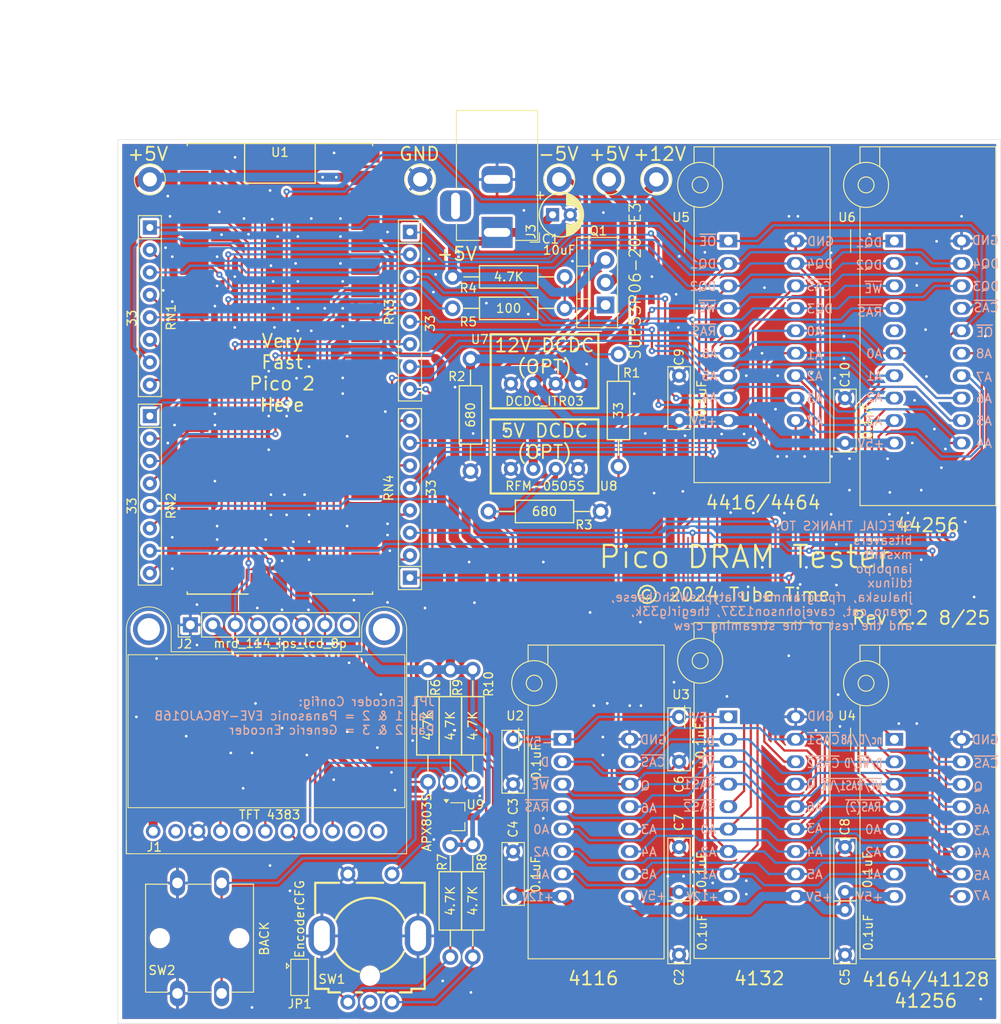
<source format=kicad_pcb>
(kicad_pcb (version 20241229) (generator "pcbnew") (generator_version "9.0")
  (title_block (title "Tube Time Pico2 DRAM Tester") (date "2025-08-01") (rev "2.2"))
  (layers (0 "F.Cu" signal) (2 "B.Cu" signal) (13 "F.Paste" user) (15 "B.Paste" user) (5 "F.SilkS" user "F.Silkscreen") (7 "B.SilkS" user "B.Silkscreen") (1 "F.Mask" user) (3 "B.Mask" user) (25 "Edge.Cuts" user))
  (net 0 "")
  (net 1 "GND")
  (net 2 "VCC")
  (net 3 "+5V")
  (net 4 "-5V")
  (net 5 "+12V")
  (net 6 "/TFT_SCK")
  (net 7 "/TFT_~{CS}")
  (net 8 "/TFT_DC")
  (net 9 "/TFT_MOSI")
  (net 14 "Net-(Q1-G)")
  (net 15 "/SP16")
  (net 16 "Net-(U1-GP21{slash}I2C0_SCL)")
  (net 17 "Net-(U1-GP4{slash}SPI0_RX{slash}I2C0_SDA{slash}UART1_TX)")
  (net 18 "+3V3")
  (net 19 "Net-(U1-GP27{slash}ADC1{slash}I2C1_SCL)")
  (net 20 "Net-(U1-GP22)")
  (net 21 "Net-(SW2-B)")
  (net 22 "/SP1")
  (net 23 "Net-(RN1D-R4.2)")
  (net 24 "Net-(RN1B-R2.2)")
  (net 25 "Net-(RN1C-R3.2)")
  (net 26 "/SP2")
  (net 27 "/SP3")
  (net 28 "/SP0")
  (net 29 "Net-(RN1A-R1.2)")
  (net 30 "/SP7")
  (net 31 "Net-(RN2D-R4.2)")
  (net 32 "Net-(RN2A-R1.2)")
  (net 33 "Net-(RN2C-R3.2)")
  (net 34 "/SP5")
  (net 35 "/SP4")
  (net 36 "Net-(RN2B-R2.2)")
  (net 37 "/SP6")
  (net 38 "Net-(RN3A-R1.2)")
  (net 39 "Net-(RN3C-R3.2)")
  (net 40 "Net-(RN3B-R2.2)")
  (net 41 "Net-(RN3D-R4.2)")
  (net 42 "/SP8")
  (net 43 "/SP11")
  (net 44 "/SP10")
  (net 45 "Net-(RN4A-R1.2)")
  (net 46 "/SP14")
  (net 47 "Net-(RN4B-R2.2)")
  (net 48 "/SP15")
  (net 49 "/SP13")
  (net 50 "Net-(RN4C-R3.2)")
  (net 51 "Net-(RN4D-R4.2)")
  (net 52 "/SP12")
  (net 53 "Net-(J1-Pin_8)")
  (net 64 "Net-(JP1-C)")
  (net 65 "Net-(JP1-A)")
  (footprint "Connector_PinHeader_2.54mm:PinHeader_1x08_P2.54mm_Vertical" (layer "F.Cu") (at 108.219 104.902 90)
    (property "Reference" "J2")
    (property "Value" "mrd_114_ips_lcd_8p")
  )
  (footprint "Passive:CAPAC200" (layer "F.Cu") (at 144.78 117.856 -90)
    (property "Reference" "C3")
    (property "Value" "0.1uF")
  )
  (footprint "TestPoint:TestPoint_Keystone_5005-5009_Compact" (layer "F.Cu") (at 150 54.5)
    (property "Reference" "TP4" (hide yes))
    (property "Value" "-5V")
  )
  (footprint "Switch:PANASONIC_EVEY" (layer "F.Cu") (at 128.564 140.096)
    (property "Reference" "SW1")
    (property "Value" "RotaryEncoder_Switch" (hide yes))
  )
  (footprint "Passive:RESA500" (layer "F.Cu") (at 137.668 136.144 90)
    (property "Reference" "R7")
    (property "Value" "4.7K")
  )
  (footprint "Passive:CAPAC200" (layer "F.Cu") (at 182.372 84.328 90)
    (property "Reference" "C10")
    (property "Value" "0.1uF")
  )
  (footprint "Passive:RESA500" (layer "F.Cu") (at 139.954 81.153 90)
    (property "Reference" "R2")
    (property "Value" "680")
  )
  (footprint "Passive:RESA500" (layer "F.Cu") (at 156.718 80.645 90)
    (property "Reference" "R1")
    (property "Value" "33")
  )
  (footprint "Passive:RESA500" (layer "F.Cu") (at 135.128 116.332 90)
    (property "Reference" "R6")
    (property "Value" "4.7K")
  )
  (footprint "Resistor_THT:R_Array_SIP8" (layer "F.Cu") (at 133.096 60.442 -90)
    (property "Reference" "RN3")
    (property "Value" "33")
  )
  (footprint "Active:DCDC_ITR03" (layer "F.Cu") (at 148.336 77.613)
    (property "Reference" "U7")
    (property "Value" "DCDC_ITR03")
  )
  (footprint "Passive:RESA500" (layer "F.Cu") (at 137.668 116.332 90)
    (property "Reference" "R9")
    (property "Value" "4.7K")
  )
  (footprint "Socket:DIP_Socket-16_W4.3_W5.08_W7.62_W10.16_W10.9_3M_216-3340-00-0602J" (layer "F.Cu") (at 150.368 117.856)
    (property "Reference" "U2")
    (property "Value" "4116")
  )
  (footprint "Active:Pico2" (layer "F.Cu") (at 107.864 50.425)
    (property "Reference" "U1")
    (property "Value" "PICO2")
  )
  (footprint "Passive:RESA500" (layer "F.Cu") (at 144.272 69.088)
    (property "Reference" "R5")
    (property "Value" "100")
  )
  (footprint "TestPoint:TestPoint_Keystone_5005-5009_Compact" (layer "F.Cu") (at 161 54.5)
    (property "Reference" "TP3" (hide yes))
    (property "Value" "12V")
  )
  (footprint "Socket:DIP_Socket-16_W4.3_W5.08_W7.62_W10.16_W10.9_3M_216-3340-00-0602J" (layer "F.Cu") (at 187.96 117.866)
    (property "Reference" "U4")
    (property "Value" "4164/41128/41256")
  )
  (footprint "Socket:DIP_Socket-20_W4.3_W5.08_W7.62_W10.16_W10.9_3M_220-3342-00-0602J" (layer "F.Cu") (at 187.96 61.468)
    (property "Reference" "U6")
    (property "Value" "44256")
  )
  (footprint "Active:ADAFRUIT_4383" (layer "F.Cu") (at 116.713 128.27)
    (property "Reference" "J1")
    (property "Value" "TFT 4383")
  )
  (footprint "Passive:RESA500" (layer "F.Cu") (at 140.208 136.144 90)
    (property "Reference" "R8")
    (property "Value" "4.7K")
  )
  (footprint "Resistor_THT:R_Array_SIP8" (layer "F.Cu") (at 103.632 59.944 -90)
    (property "Reference" "RN1")
    (property "Value" "33")
  )
  (footprint "Passive:CAPAC200" (layer "F.Cu") (at 144.78 135.636 90)
    (property "Reference" "C4")
    (property "Value" "0.1uF")
  )
  (footprint "Resistor_THT:R_Array_SIP8" (layer "F.Cu") (at 103.632 81.28 -90)
    (property "Reference" "RN2")
    (property "Value" "33")
  )
  (footprint "Passive:CAPAC200" (layer "F.Cu") (at 182.372 137.16 -90)
    (property "Reference" "C5")
    (property "Value" "0.1uF")
  )
  (footprint "TestPoint:TestPoint_Keystone_5005-5009_Compact" (layer "F.Cu") (at 134.25 54.5)
    (property "Reference" "TP2" (hide yes))
    (property "Value" "GND")
  )
  (footprint "Jumper:SolderJumper-3_P1.3mm_Open_Pad1.0x1.5mm" (layer "F.Cu") (at 120.6 144.8 -90)
    (property "Reference" "JP1")
    (property "Value" "EncoderCFG")
  )
  (footprint "Passive:CAPAC200" (layer "F.Cu") (at 163.576 135.128 90)
    (property "Reference" "C7")
    (property "Value" "0.1uF")
  )
  (footprint "Passive:CAPAC200" (layer "F.Cu") (at 163.576 81.788 90)
    (property "Reference" "C9")
    (property "Value" "0.1uF")
  )
  (footprint "Socket:DIP_Socket-18_W4.3_W5.08_W7.62_W10.16_W10.9_3M_218-3341-00-0602J" (layer "F.Cu") (at 169.164 115.316)
    (property "Reference" "U3")
    (property "Value" "4132")
  )
  (footprint "Connector_BarrelJack:BarrelJack_Horizontal" (layer "F.Cu") (at 142.9575 60.5 -90)
    (property "Reference" "J3")
    (property "Value" "5V DC Jack")
  )
  (footprint "Socket:DIP_Socket-18_W4.3_W5.08_W7.62_W10.16_W10.9_3M_218-3341-00-0602J" (layer "F.Cu") (at 169.164 61.468)
    (property "Reference" "U5")
    (property "Value" "4416/4464")
  )
  (footprint "Package_TO_SOT_THT:TO-220-3_Vertical" (layer "F.Cu") (at 155.25 68.707 90)
    (property "Reference" "Q1")
    (property "Value" "SUP53P06-20-E3 or equiv" (hide yes))
  )
  (footprint "Resistor_THT:R_Array_SIP8" (layer "F.Cu") (at 133.096 99.568 90)
    (property "Reference" "RN4")
    (property "Value" "33")
  )
  (footprint "Package_TO_SOT_SMD:SOT-23_Handsoldering" (layer "F.Cu") (at 138.557 126.619)
    (property "Reference" "U9")
    (property "Value" "APX803S")
  )
  (footprint "Button_Switch_THT:SW_SPST_Omron_B3F-50xx" (layer "F.Cu") (at 106.76 146.612 90)
    (property "Reference" "SW2")
    (property "Value" "BACK")
  )
  (footprint "Passive:CAPAE200P500X1100" (layer "F.Cu") (at 150.25 58.5)
    (property "Reference" "C1")
    (property "Value" "10uF")
  )
  (footprint "Passive:RESA500" (layer "F.Cu") (at 144.272 65.532 180)
    (property "Reference" "R4")
    (property "Value" "4.7K")
  )
  (footprint "Passive:CAPAC200" (layer "F.Cu") (at 182.372 135.128 90)
    (property "Reference" "C8")
    (property "Value" "0.1uF")
  )
  (footprint "TestPoint:TestPoint_Keystone_5005-5009_Compact" (layer "F.Cu") (at 103.632 54.5)
    (property "Reference" "TP5" (hide yes))
    (property "Value" "5VIN")
  )
  (footprint "Passive:CAPAC200" (layer "F.Cu") (at 163.576 115.316 -90)
    (property "Reference" "C6")
    (property "Value" "0.1uF")
  )
  (footprint "Passive:CAPAC200" (layer "F.Cu") (at 163.576 137.16 -90)
    (property "Reference" "C2")
    (property "Value" "0.1uF")
  )
  (footprint "Passive:RESA500" (layer "F.Cu") (at 140.208 116.332 90)
    (property "Reference" "R10")
    (property "Value" "4.7K")
  )
  (footprint "Passive:RESA500" (layer "F.Cu") (at 148.336 92.075 180)
    (property "Reference" "R3")
    (property "Value" "680")
  )
  (footprint "Active:DCDC_ITR03" (layer "F.Cu") (at 148.336 87.249)
    (property "Reference" "U8")
    (property "Value" "RFM-0505S")
  )
  (footprint "TestPoint:TestPoint_Keystone_5005-5009_Compact" (layer "F.Cu") (at 155.627 54.5)
    (property "Reference" "TP1" (hide yes))
    (property "Value" "5V")
  )
  (gr_line (start 200 150) (end 100 150) (stroke (width 0.05)) (layer "Edge.Cuts"))
  (gr_line (start 100 150) (end 100 50) (stroke (width 0.05)) (layer "Edge.Cuts"))
  (gr_line (start 200 50) (end 200 150) (stroke (width 0.05)) (layer "Edge.Cuts"))
  (gr_line (start 100 50) (end 200 50) (stroke (width 0.05)) (layer "Edge.Cuts"))
  (gr_text "GND" (at 131.75 52.5 0) (layer "F.SilkS") (effects (font (size 1.5 1.5) (thickness 0.2)) (justify left bottom)))
  (gr_text "Rev 2.2 8/25" (at 191 105 0) (layer "F.SilkS") (effects (font (size 1.5 1.5) (thickness 0.2)) (justify bottom)))
  (gr_text "Very\nFast\nPico 2\nHere" (at 118.618 80.899 0) (layer "F.SilkS") (effects (font (size 1.5 1.5) (thickness 0.2)) (justify bottom)))
  (gr_text "5V DCDC\n(OPT)" (at 148.336 86.233 0) (layer "F.SilkS") (effects (font (size 1.5 1.5) (thickness 0.2)) (justify bottom)))
  (gr_text "+12V" (at 158.25 52.5 0) (layer "F.SilkS") (effects (font (size 1.5 1.5) (thickness 0.2)) (justify left bottom)))
  (gr_text "4164/41128\n41256" (at 191.516 148.336 0) (layer "F.SilkS") (effects (font (size 1.5 1.5) (thickness 0.2)) (justify bottom)))
  (gr_text "4116" (at 150.876 145.796 0) (layer "F.SilkS") (effects (font (size 1.5 1.5) (thickness 0.2)) (justify left bottom)))
  (gr_text "+5V" (at 136 63.8 0) (layer "F.SilkS") (effects (font (size 1.5 1.5) (thickness 0.2)) (justify left bottom)))
  (gr_text "4132" (at 169.672 145.796 0) (layer "F.SilkS") (effects (font (size 1.5 1.5) (thickness 0.2)) (justify left bottom)))
  (gr_text "+5V" (at 101 52.5 0) (layer "F.SilkS") (effects (font (size 1.5 1.5) (thickness 0.2)) (justify left bottom)))
  (gr_text "4416/4464" (at 166.464 91.956 0) (layer "F.SilkS") (effects (font (size 1.5 1.5) (thickness 0.2)) (justify left bottom)))
  (gr_text "44256" (at 188.06 94.506 0) (layer "F.SilkS") (effects (font (size 1.5 1.5) (thickness 0.2)) (justify left bottom)))
  (gr_text "+5V" (at 153.25 52.5 0) (layer "F.SilkS") (effects (font (size 1.5 1.5) (thickness 0.2)) (justify left bottom)))
  (gr_text "-5V" (at 147.5 52.5 0) (layer "F.SilkS") (effects (font (size 1.5 1.5) (thickness 0.2)) (justify left bottom)))
  (gr_text "Pico DRAM Tester" (at 154.305 98.679 0) (layer "F.SilkS") (effects (font (size 2.5 2.5) (thickness 0.254)) (justify left bottom)))
  (gr_text "© 2024 Tube Time" (at 169.672 102.362 0) (layer "F.SilkS") (effects (font (size 1.5 1.5) (thickness 0.2)) (justify bottom)))
  (gr_text "12V DCDC\n(OPT)" (at 148.336 76.581 0) (layer "F.SilkS") (effects (font (size 1.5 1.5) (thickness 0.2)) (justify bottom)))
  (gr_text "~{CAS2}" (at 177.927 121.158 0) (layer "B.SilkS") (effects (font (size 1 1)) (justify right bottom mirror)))
  (gr_text "+12V" (at 149.479 136.271 0) (layer "B.SilkS") (effects (font (size 1 0.9)) (justify left bottom mirror)))
  (gr_text "DQ3" (at 177.927 69.723 0) (layer "B.SilkS") (effects (font (size 1 1)) (justify right bottom mirror)))
  (gr_text "A3" (at 177.927 128.524 0) (layer "B.SilkS") (effects (font (size 1 1)) (justify right bottom mirror)))
  (gr_text "A6" (at 197.104 79.883 0) (layer "B.SilkS") (effects (font (size 1 1)) (justify right bottom mirror)))
  (gr_text "DQ3" (at 196.723 67.183 0) (layer "B.SilkS") (effects (font (size 1 1)) (justify right bottom mirror)))
  (gr_text "GND" (at 181.229 62.103 0) (layer "B.SilkS") (effects (font (size 1 1)) (justify left bottom mirror)))
  (gr_text "~{RAS}" (at 186.69 70.104 0) (layer "B.SilkS") (effects (font (size 1 1)) (justify left bottom mirror)))
  (gr_text "~{RAS2}" (at 167.894 126.111 0) (layer "B.SilkS") (effects (font (size 1 1)) (justify left bottom mirror)))
  (gr_text "A2" (at 177.927 77.343 0) (layer "B.SilkS") (effects (font (size 1 1)) (justify right bottom mirror)))
  (gr_text "A4" (at 168.021 79.756 0) (layer "B.SilkS") (effects (font (size 1 1)) (justify left bottom mirror)))
  (gr_text "A2" (at 167.894 131.191 0) (layer "B.SilkS") (effects (font (size 1 1)) (justify left bottom mirror)))
  (gr_text "+5V" (at 168.021 82.423 0) (layer "B.SilkS") (effects (font (size 1 1)) (justify left bottom mirror)))
  (gr_text "A1" (at 186.69 77.343 0) (layer "B.SilkS") (effects (font (size 1 1)) (justify left bottom mirror)))
  (gr_text "A0" (at 148.971 128.651 0) (layer "B.SilkS") (effects (font (size 1 1)) (justify left bottom mirror)))
  (gr_text "A1" (at 177.927 74.93 0) (layer "B.SilkS") (effects (font (size 1 1)) (justify right bottom mirror)))
  (gr_text "A7" (at 197.104 77.47 0) (layer "B.SilkS") (effects (font (size 1 1)) (justify right bottom mirror)))
  (gr_text "A7" (at 177.927 82.423 0) (layer "B.SilkS") (effects (font (size 1 1)) (justify right bottom mirror)))
  (gr_text "GND" (at 162.306 118.491 0) (layer "B.SilkS") (effects (font (size 1 1)) (justify left bottom mirror)))
  (gr_text "A4" (at 196.85 131.318 0) (layer "B.SilkS") (effects (font (size 1 1)) (justify right bottom mirror)))
  (gr_text "~{WE}" (at 167.767 121.158 0) (layer "B.SilkS") (effects (font (size 1 1)) (justify left bottom mirror)))
  (gr_text "A1" (at 167.894 133.731 0) (layer "B.SilkS") (effects (font (size 1 1)) (justify left bottom mirror)))
  (gr_text "-5V" (at 149.352 118.745 0) (layer "B.SilkS") (effects (font (size 1 1)) (justify left bottom mirror)))
  (gr_text "A0" (at 186.563 128.651 0) (layer "B.SilkS") (effects (font (size 1 1)) (justify left bottom mirror)))
  (gr_text "D/~{WE}/D" (at 186.69 121.158 0) (layer "B.SilkS") (effects (font (size 1 0.7)) (justify left bottom mirror)))
  (gr_text "~{CAS}" (at 159.131 121.031 0) (layer "B.SilkS") (effects (font (size 1 1)) (justify right bottom mirror)))
  (gr_text "DQ2" (at 186.69 64.77 0) (layer "B.SilkS") (effects (font (size 1 1)) (justify left bottom mirror)))
  (gr_text "nc/D/A8" (at 186.69 118.491 0) (layer "B.SilkS") (effects (font (size 1 0.7)) (justify left bottom mirror)))
  (gr_text "~{CAS}" (at 196.85 69.596 0) (layer "B.SilkS") (effects (font (size 1 1)) (justify right bottom mirror)))
  (gr_text "A6" (at 159.131 126.238 0) (layer "B.SilkS") (effects (font (size 1 1)) (justify right bottom mirror)))
  (gr_text "~{RAS(2)}" (at 186.563 126.111 0) (layer "B.SilkS") (effects (font (size 1 0.8)) (justify left bottom mirror)))
  (gr_text "~{RAS1}" (at 167.894 123.571 0) (layer "B.SilkS") (effects (font (size 1 1)) (justify left bottom mirror)))
  (gr_text "JP1 Encoder Config:\nPad 1 & 2 = Panasonic EVE-YBCAJO16B\nPad 2 & 3 = Generic Encoder" (at 136 117.4 0) (layer "B.SilkS") (effects (font (size 1 1)) (justify left bottom mirror)))
  (gr_text "A0" (at 186.69 74.803 0) (layer "B.SilkS") (effects (font (size 1 1)) (justify left bottom mirror)))
  (gr_text "A2" (at 148.971 131.191 0) (layer "B.SilkS") (effects (font (size 1 1)) (justify left bottom mirror)))
  (gr_text "~{RAS}" (at 167.894 72.263 0) (layer "B.SilkS") (effects (font (size 1 1)) (justify left bottom mirror)))
  (gr_text "A3" (at 159.131 128.651 0) (layer "B.SilkS") (effects (font (size 1 1)) (justify right bottom mirror)))
  (gr_text "A3" (at 177.927 79.883 0) (layer "B.SilkS") (effects (font (size 1 1)) (justify right bottom mirror)))
  (gr_text "~{WE}" (at 167.894 69.596 0) (layer "B.SilkS") (effects (font (size 1 1)) (justify left bottom mirror)))
  (gr_text "A5" (at 159.131 133.731 0) (layer "B.SilkS") (effects (font (size 1 1)) (justify right bottom mirror)))
  (gr_text "A4" (at 159.131 131.191 0) (layer "B.SilkS") (effects (font (size 1 1)) (justify right bottom mirror)))
  (gr_text "A3" (at 186.69 82.423 0) (layer "B.SilkS") (effects (font (size 1 1)) (justify left bottom mirror)))
  (gr_text "GND" (at 199.898 61.976 0) (layer "B.SilkS") (effects (font (size 1 1)) (justify left bottom mirror)))
  (gr_text "GND" (at 181.229 115.824 0) (layer "B.SilkS") (effects (font (size 1 1)) (justify left bottom mirror)))
  (gr_text "A6" (at 177.927 126.111 0) (layer "B.SilkS") (effects (font (size 1 1)) (justify right bottom mirror)))
  (gr_text "A0" (at 177.927 72.263 0) (layer "B.SilkS") (effects (font (size 1 1)) (justify right bottom mirror)))
  (gr_text "A4" (at 197.104 84.963 0) (layer "B.SilkS") (effects (font (size 1 1)) (justify right bottom mirror)))
  (gr_text "+5V" (at 162.306 136.144 0) (layer "B.SilkS") (effects (font (size 1 1)) (justify left bottom mirror)))
  (gr_text "Q" (at 196.85 123.825 0) (layer "B.SilkS") (effects (font (size 1 1)) (justify right bottom mirror)))
  (gr_text "A1" (at 148.971 133.731 0) (layer "B.SilkS") (effects (font (size 1 1)) (justify left bottom mirror)))
  (gr_text "A6" (at 168.021 74.803 0) (layer "B.SilkS") (effects (font (size 1 1)) (justify left bottom mirror)))
  (gr_text "~{WE}" (at 186.69 67.437 0) (layer "B.SilkS") (effects (font (size 1 1)) (justify left bottom mirror)))
  (gr_text "~{OE}" (at 167.894 62.103 0) (layer "B.SilkS") (effects (font (size 1 1)) (justify left bottom mirror)))
  (gr_text "GND" (at 199.898 118.491 0) (layer "B.SilkS") (effects (font (size 1 1)) (justify left bottom mirror)))
  (gr_text "~{CAS}" (at 196.85 121.158 0) (layer "B.SilkS") (effects (font (size 1 1)) (justify right bottom mirror)))
  (gr_text "D" (at 167.767 118.618 0) (layer "B.SilkS") (effects (font (size 1 1)) (justify left bottom mirror)))
  (gr_text "A2" (at 186.69 79.756 0) (layer "B.SilkS") (effects (font (size 1 1)) (justify left bottom mirror)))
  (gr_text "~{WE}" (at 148.971 123.571 0) (layer "B.SilkS") (effects (font (size 1 1)) (justify left bottom mirror)))
  (gr_text "+12V" (at 168.148 136.271 0) (layer "B.SilkS") (effects (font (size 1 0.9)) (justify left bottom mirror)))
  (gr_text "A5" (at 197.104 82.423 0) (layer "B.SilkS") (effects (font (size 1 1)) (justify right bottom mirror)))
  (gr_text "+5V" (at 181.102 136.271 0) (layer "B.SilkS") (effects (font (size 1 1)) (justify left bottom mirror)))
  (gr_text "~{CAS}" (at 177.927 67.183 0) (layer "B.SilkS") (effects (font (size 1 1)) (justify right bottom mirror)))
  (gr_text "~{CAS1}" (at 177.927 118.491 0) (layer "B.SilkS") (effects (font (size 1 1)) (justify right bottom mirror)))
  (gr_text "DQ4" (at 196.723 64.643 0) (layer "B.SilkS") (effects (font (size 1 1)) (justify right bottom mirror)))
  (gr_text "A1" (at 186.563 133.731 0) (layer "B.SilkS") (effects (font (size 1 1)) (justify left bottom mirror)))
  (gr_text "A7" (at 196.85 136.144 0) (layer "B.SilkS") (effects (font (size 1 1)) (justify right bottom mirror)))
  (gr_text "D" (at 148.971 121.031 0) (layer "B.SilkS") (effects (font (size 1 1)) (justify left bottom mirror)))
  (gr_text "DQ2" (at 167.894 67.183 0) (layer "B.SilkS") (effects (font (size 1 1)) (justify left bottom mirror)))
  (gr_text "A0" (at 167.894 128.651 0) (layer "B.SilkS") (effects (font (size 1 1)) (justify left bottom mirror)))
  (gr_text "+5V" (at 186.817 136.271 0) (layer "B.SilkS") (effects (font (size 1 1)) (justify left bottom mirror)))
  (gr_text "A5" (at 196.85 133.858 0) (layer "B.SilkS") (effects (font (size 1 1)) (justify right bottom mirror)))
  (gr_text "A4" (at 177.927 131.191 0) (layer "B.SilkS") (effects (font (size 1 1)) (justify right bottom mirror)))
  (gr_text "A8" (at 197.104 74.803 0) (layer "B.SilkS") (effects (font (size 1 1)) (justify right bottom mirror)))
  (gr_text "+5V" (at 186.944 84.963 0) (layer "B.SilkS") (effects (font (size 1 1)) (justify left bottom mirror)))
  (gr_text "A5" (at 177.927 133.731 0) (layer "B.SilkS") (effects (font (size 1 1)) (justify right bottom mirror)))
  (gr_text "DQ4" (at 177.927 64.643 0) (layer "B.SilkS") (effects (font (size 1 1)) (justify right bottom mirror)))
  (gr_text "-5V" (at 168.148 115.951 0) (layer "B.SilkS") (effects (font (size 1 1)) (justify left bottom mirror)))
  (gr_text "DQ1" (at 186.69 62.23 0) (layer "B.SilkS") (effects (font (size 1 1)) (justify left bottom mirror)))
  (gr_text "DQ1" (at 167.894 64.643 0) (layer "B.SilkS") (effects (font (size 1 1)) (justify left bottom mirror)))
  (gr_text "~{RAS}" (at 148.971 126.111 0) (layer "B.SilkS") (effects (font (size 1 1)) (justify left bottom mirror)))
  (gr_text "~{OE}" (at 197.104 72.39 0) (layer "B.SilkS") (effects (font (size 1 1)) (justify right bottom mirror)))
  (gr_text "Q" (at 159.131 123.698 0) (layer "B.SilkS") (effects (font (size 1 1)) (justify right bottom mirror)))
  (gr_text "A2" (at 186.563 131.191 0) (layer "B.SilkS") (effects (font (size 1 1)) (justify left bottom mirror)))
  (gr_text "~{WE/RAS1/WE}" (at 186.69 123.698 0) (layer "B.SilkS") (effects (font (size 1 0.7)) (justify left bottom mirror)))
  (gr_text "A6" (at 196.85 126.365 0) (layer "B.SilkS") (effects (font (size 1 1)) (justify right bottom mirror)))
  (gr_text "A3" (at 196.85 128.778 0) (layer "B.SilkS") (effects (font (size 1 1)) (justify right bottom mirror)))
  (gr_text "Q" (at 177.927 123.444 0) (layer "B.SilkS") (effects (font (size 1 1)) (justify right bottom mirror)))
  (gr_text "A5" (at 168.021 77.343 0) (layer "B.SilkS") (effects (font (size 1 1)) (justify left bottom mirror)))
  (gr_text "SPECIAL THANKS TO:\nbitsavers\nmxshift\nianpolpo\ntdlinux\njhaluska, rfprogrammer, PlatypusWithCheese,\nnyano_cat, cavejohnson1337, thegirlg33k,\nand the rest of the streaming crew\n\n" (at 190.119 107.188 0) (layer "B.SilkS") (effects (font (size 1 1)) (justify left bottom mirror)))
  (via (at 136.8 145.2) (size 0.7112) (drill 0.3048) (layers "F.Cu" "B.Cu") (net 1))
  (via (at 126.2 109.2) (size 0.7112) (drill 0.3048) (layers "F.Cu" "B.Cu") (net 1))
  (via (at 120.396 69.088) (size 0.7112) (drill 0.3048) (layers "F.Cu" "B.Cu") (net 1))
  (via (at 108.966 107.188) (size 0.7112) (drill 0.3048) (layers "F.Cu" "B.Cu") (net 1))
  (via (at 106.172 94.996) (size 0.7112) (drill 0.3048) (layers "F.Cu" "B.Cu") (net 1))
  (via (at 197.75 147.25) (size 0.7112) (drill 0.3048) (layers "F.Cu" "B.Cu") (net 1))
  (via (at 174.752 85.852) (size 0.7112) (drill 0.3048) (layers "F.Cu" "B.Cu") (net 1))
  (via (at 146 58) (size 0.7112) (drill 0.3048) (layers "F.Cu" "B.Cu") (net 1))
  (via (at 153.5 103.5) (size 0.7112) (drill 0.3048) (layers "F.Cu" "B.Cu") (net 1))
  (via (at 121.412 119.634) (size 0.7112) (drill 0.3048) (layers "F.Cu" "B.Cu") (net 1))
  (via (at 113.25 65.5) (size 0.7112) (drill 0.3048) (layers "F.Cu" "B.Cu") (net 1))
  (via (at 168.402 83.312) (size 0.7112) (drill 0.3048) (layers "F.Cu" "B.Cu") (net 1))
  (via (at 130.81 96.52) (size 0.7112) (drill 0.3048) (layers "F.Cu" "B.Cu") (net 1))
  (via (at 131.4 123.6) (size 0.7112) (drill 0.3048) (layers "F.Cu" "B.Cu") (net 1))
  (via (at 151.5 63.75) (size 0.7112) (drill 0.3048) (layers "F.Cu" "B.Cu") (net 1))
  (via (at 163.6 63.2) (size 0.7112) (drill 0.3048) (layers "F.Cu" "B.Cu") (net 1))
  (via (at 121.666 95.504) (size 0.7112) (drill 0.3048) (layers "F.Cu" "B.Cu") (net 1))
  (via (at 110.998 81.026) (size 0.7112) (drill 0.3048) (layers "F.Cu" "B.Cu") (net 1))
  (via (at 171.196 76.708) (size 0.7112) (drill 0.3048) (layers "F.Cu" "B.Cu") (net 1))
  (via (at 141.75 68.5) (size 0.7112) (drill 0.3048) (layers "F.Cu" "B.Cu") (net 1))
  (via (at 111.252 93.726) (size 0.7112) (drill 0.3048) (layers "F.Cu" "B.Cu") (net 1))
  (via (at 125.222 58.928) (size 0.7112) (drill 0.3048) (layers "F.Cu" "B.Cu") (net 1))
  (via (at 117.602 69.088) (size 0.7112) (drill 0.3048) (layers "F.Cu" "B.Cu") (net 1))
  (via (at 134.8 103) (size 0.7112) (drill 0.3048) (layers "F.Cu" "B.Cu") (net 1))
  (via (at 117.25 55.75) (size 0.7112) (drill 0.3048) (layers "F.Cu" "B.Cu") (net 1))
  (via (at 117.094 85.09) (size 0.7112) (drill 0.3048) (layers "F.Cu" "B.Cu") (net 1))
  (via (at 177.038 58.674) (size 0.7112) (drill 0.3048) (layers "F.Cu" "B.Cu") (net 1))
  (via (at 181.4 95.8) (size 0.7112) (drill 0.3048) (layers "F.Cu" "B.Cu") (net 1))
  (via (at 110.998 88.646) (size 0.7112) (drill 0.3048) (layers "F.Cu" "B.Cu") (net 1))
  (via (at 169.418 92.202) (size 0.7112) (drill 0.3048) (layers "F.Cu" "B.Cu") (net 1))
  (via (at 117.242414 132.144197) (size 0.7112) (drill 0.3048) (layers "F.Cu" "B.Cu") (net 1))
  (via (at 125.476 69.088) (size 0.7112) (drill 0.3048) (layers "F.Cu" "B.Cu") (net 1))
  (via (at 169 113) (size 0.7112) (drill 0.3048) (layers "F.Cu" "B.Cu") (net 1))
  (via (at 190.5 64) (size 0.7112) (drill 0.3048) (layers "F.Cu" "B.Cu") (net 1))
  (via (at 118.618 97.663) (size 0.7112) (drill 0.3048) (layers "F.Cu" "B.Cu") (net 1))
  (via (at 176.022 58.674) (size 0.7112) (drill 0.3048) (layers "F.Cu" "B.Cu") (net 1))
  (via (at 111.252 95.25) (size 0.7112) (drill 0.3048) (layers "F.Cu" "B.Cu") (net 1))
  (via (at 125.476 76.962) (size 0.7112) (drill 0.3048) (layers "F.Cu" "B.Cu") (net 1))
  (via (at 171.196 133.858) (size 0.7112) (drill 0.3048) (layers "F.Cu" "B.Cu") (net 1))
  (via (at 191.008 97.536) (size 0.7112) (drill 0.3048) (layers "F.Cu" "B.Cu") (net 1))
  (via (at 125.984 83.566) (size 0.7112) (drill 0.3048) (layers "F.Cu" "B.Cu") (net 1))
  (via (at 115.2 148.2) (size 0.7112) (drill 0.3048) (layers "F.Cu" "B.Cu") (net 1))
  (via (at 117.602 66.04) (size 0.7112) (drill 0.3048) (layers "F.Cu" "B.Cu") (net 1))
  (via (at 125.222 60.96) (size 0.7112) (drill 0.3048) (layers "F.Cu" "B.Cu") (net 1))
  (via (at 190.5 116.078) (size 0.7112) (drill 0.3048) (layers "F.Cu" "B.Cu") (net 1))
  (via (at 121.666 92.456) (size 0.7112) (drill 0.3048) (layers "F.Cu" "B.Cu") (net 1))
  (via (at 105.664 84.328) (size 0.7112) (drill 0.3048) (layers "F.Cu" "B.Cu") (net 1))
  (via (at 172 92.25) (size 0.7112) (drill 0.3048) (layers "F.Cu" "B.Cu") (net 1))
  (via (at 126 117) (size 0.7112) (drill 0.3048) (layers "F.Cu" "B.Cu") (net 1))
  (via (at 136 65.25) (size 0.7112) (drill 0.3048) (layers "F.Cu" "B.Cu") (net 1))
  (via (at 121.92 71.628) (size 0.7112) (drill 0.3048) (layers "F.Cu" "B.Cu") (net 1))
  (via (at 180.8 62.8) (size 0.7112) (drill 0.3048) (layers "F.Cu" "B.Cu") (net 1))
  (via (at 193.75 85) (size 0.7112) (drill 0.3048) (layers "F.Cu" "B.Cu") (net 1))
  (via (at 121.666 75.692) (size 0.7112) (drill 0.3048) (layers "F.Cu" "B.Cu") (net 1))
  (via (at 153.924 114.046) (size 0.7112) (drill 0.3048) (layers "F.Cu" "B.Cu") (net 1))
  (via (at 160.75 90) (size 0.7112) (drill 0.3048) (layers "F.Cu" "B.Cu") (net 1))
  (via (at 118.872 90.17) (size 0.7112) (drill 0.3048) (layers "F.Cu" "B.Cu") (net 1))
  (via (at 175.5 92.25) (size 0.7112) (drill 0.3048) (layers "F.Cu" "B.Cu") (net 1))
  (via (at 174.5 80.5) (size 0.7112) (drill 0.3048) (layers "F.Cu" "B.Cu") (net 1))
  (via (at 180.8 92.4) (size 0.7112) (drill 0.3048) (layers "F.Cu" "B.Cu") (net 1))
  (via (at 190.25 79.5) (size 0.7112) (drill 0.3048) (layers "F.Cu" "B.Cu") (net 1))
  (via (at 114.808 60.706) (size 0.7112) (drill 0.3048) (layers "F.Cu" "B.Cu") (net 1))
  (via (at 111.252 66.548) (size 0.7112) (drill 0.3048) (layers "F.Cu" "B.Cu") (net 1))
  (via (at 131 121.6) (size 0.7112) (drill 0.3048) (layers "F.Cu" "B.Cu") (net 1))
  (via (at 130.302 80.772) (size 0.7112) (drill 0.3048) (layers "F.Cu" "B.Cu") (net 1))
  (via (at 175.768 85.852) (size 0.7112) (drill 0.3048) (layers "F.Cu" "B.Cu") (net 1))
  (via (at 107.75 117.5) (size 0.7112) (drill 0.3048) (layers "F.Cu" "B.Cu") (net 1))
  (via (at 164 89.8) (size 0.7112) (drill 0.3048) (layers "F.Cu" "B.Cu") (net 1))
  (via (at 181.4 100.4) (size 0.7112) (drill 0.3048) (layers "F.Cu" "B.Cu") (net 1))
  (via (at 125.476 78.74) (size 0.7112) (drill 0.3048) (layers "F.Cu" "B.Cu") (net 1))
  (via (at 118.6 103.2) (size 0.7112) (drill 0.3048) (layers "F.Cu" "B.Cu") (net 1))
  (via (at 121.92 58.928) (size 0.7112) (drill 0.3048) (layers "F.Cu" "B.Cu") (net 1))
  (via (at 159.2 104.6) (size 0.7112) (drill 0.3048) (layers "F.Cu" "B.Cu") (net 1))
  (via (at 106.172 98.552) (size 0.7112) (drill 0.3048) (layers "F.Cu" "B.Cu") (net 1))
  (via (at 187.4 92.4) (size 0.7112) (drill 0.3048) (layers "F.Cu" "B.Cu") (net 1))
  (via (at 191.5 71.5) (size 0.7112) (drill 0.3048) (layers "F.Cu" "B.Cu") (net 1))
  (via (at 178 98.4) (size 0.7112) (drill 0.3048) (layers "F.Cu" "B.Cu") (net 1))
  (via (at 163.5 71.25) (size 0.7112) (drill 0.3048) (layers "F.Cu" "B.Cu") (net 1))
  (via (at 120.396 71.628) (size 0.7112) (drill 0.3048) (layers "F.Cu" "B.Cu") (net 1))
  (via (at 191.008 89.662) (size 0.7112) (drill 0.3048) (layers "F.Cu" "B.Cu") (net 1))
  (via (at 179.07 116.84) (size 0.7112) (drill 0.3048) (layers "F.Cu" "B.Cu") (net 1))
  (via (at 118.11 60.96) (size 0.7112) (drill 0.3048) (layers "F.Cu" "B.Cu") (net 1))
  (via (at 125.476 66.04) (size 0.7112) (drill 0.3048) (layers "F.Cu" "B.Cu") (net 1))
  (via (at 111.75 60.75) (size 0.7112) (drill 0.3048) (layers "F.Cu" "B.Cu") (net 1))
  (via (at 115.8 103) (size 0.7112) (drill 0.3048) (layers "F.Cu" "B.Cu") (net 1))
  (via (at 178.562 76.454) (size 0.7112) (drill 0.3048) (layers "F.Cu" "B.Cu") (net 1))
  (via (at 113.25 71.25) (size 0.7112) (drill 0.3048) (layers "F.Cu" "B.Cu") (net 1))
  (via (at 130.556 102.362) (size 0.7112) (drill 0.3048) (layers "F.Cu" "B.Cu") (net 1))
  (via (at 129.794 112.776) (size 0.7112) (drill 0.3048) (layers "F.Cu" "B.Cu") (net 1))
  (via (at 192.5 82.75) (size 0.7112) (drill 0.3048) (layers "F.Cu" "B.Cu") (net 1))
  (via (at 118.618 116.586) (size 0.7112) (drill 0.3048) (layers "F.Cu" "B.Cu") (net 1))
  (via (at 135.75 67.25) (size 0.7112) (drill 0.3048) (layers "F.Cu" "B.Cu") (net 1))
  (via (at 120.142 64.008) (size 0.7112) (drill 0.3048) (layers "F.Cu" "B.Cu") (net 1))
  (via (at 173 98.4) (size 0.7112) (drill 0.3048) (layers "F.Cu" "B.Cu") (net 1))
  (via (at 121.666 97.536) (size 0.7112) (drill 0.3048) (layers "F.Cu" "B.Cu") (net 1))
  (via (at 167.386 134.112) (size 0.7112) (drill 0.3048) (layers "F.Cu" "B.Cu") (net 1))
  (via (at 187.452 89.916) (size 0.7112) (drill 0.3048) (layers "F.Cu" "B.Cu") (net 1))
  (via (at 108.966 102.616) (size 0.7112) (drill 0.3048) (layers "F.Cu" "B.Cu") (net 1))
  (via (at 114.3 58.928) (size 0.7112) (drill 0.3048) (layers "F.Cu" "B.Cu") (net 1))
  (via (at 117.094 81.28) (size 0.7112) (drill 0.3048) (layers "F.Cu" "B.Cu") (net 1))
  (via (at 171.4 100.6) (size 0.7112) (drill 0.3048) (layers "F.Cu" "B.Cu") (net 1))
  (via (at 187.198 86.106) (size 0.7112) (drill 0.3048) (layers "F.Cu" "B.Cu") (net 1))
  (via (at 129.4 118.8) (size 0.7112) (drill 0.3048) (layers "F.Cu" "B.Cu") (net 1))
  (via (at 164.084 133.35) (size 0.7112) (drill 0.3048) (layers "F.Cu" "B.Cu") (net 1))
  (via (at 192.75 61.5) (size 0.7112) (drill 0.3048) (layers "F.Cu" "B.Cu") (net 1))
  (via (at 174.752 76.708) (size 0.7112) (drill 0.3048) (layers "F.Cu" "B.Cu") (net 1))
  (via (at 157.988 114.046) (size 0.7112) (drill 0.3048) (layers "F.Cu" "B.Cu") (net 1))
  (via (at 106.172 63.246) (size 0.7112) (drill 0.3048) (layers "F.Cu" "B.Cu") (net 1))
  (via (at 125.222 64.008) (size 0.7112) (drill 0.3048) (layers "F.Cu" "B.Cu") (net 1))
  (via (at 124.46 122.428) (size 0.7112) (drill 0.3048) (layers "F.Cu" "B.Cu") (net 1))
  (via (at 102.108 115.316) (size 0.7112) (drill 0.3048) (layers "F.Cu" "B.Cu") (net 1))
  (via (at 170.942 83.312) (size 0.7112) (drill 0.3048) (layers "F.Cu" "B.Cu") (net 1))
  (via (at 189.992 84.328) (size 0.7112) (drill 0.3048) (layers "F.Cu" "B.Cu") (net 1))
  (via (at 121.6 103.2) (size 0.7112) (drill 0.3048) (layers "F.Cu" "B.Cu") (net 1))
  (via (at 112.8 119.4) (size 0.7112) (drill 0.3048) (layers "F.Cu" "B.Cu") (net 1))
  (via (at 182.88 86.106) (size 0.7112) (drill 0.3048) (layers "F.Cu" "B.Cu") (net 1))
  (via (at 196 93.25) (size 0.7112) (drill 0.3048) (layers "F.Cu" "B.Cu") (net 1))
  (via (at 119.126 81.28) (size 0.7112) (drill 0.3048) (layers "F.Cu" "B.Cu") (net 1))
  (via (at 120.396 60.96) (size 0.7112) (drill 0.3048) (layers "F.Cu" "B.Cu") (net 1))
  (via (at 190.5 66.5) (size 0.7112) (drill 0.3048) (layers "F.Cu" "B.Cu") (net 1))
  (via (at 105.664 56.388) (size 0.7112) (drill 0.3048) (layers "F.Cu" "B.Cu") (net 1))
  (via (at 138.176 116.84) (size 0.7112) (drill 0.3048) (layers "F.Cu" "B.Cu") (net 1))
  (via (at 155 58.25) (size 0.7112) (drill 0.3048) (layers "F.Cu" "B.Cu") (net 1))
  (via (at 124.5 51.5) (size 0.7112) (drill 0.3048) (layers "F.Cu" "B.Cu") (net 1))
  (via (at 180.848 85.852) (size 0.7112) (drill 0.3048) (layers "F.Cu" "B.Cu") (net 1))
  (via (at 140 146.5) (size 0.7112) (drill 0.3048) (layers "F.Cu" "B.Cu") (net 1))
  (via (at 181.6 112.8) (size 0.7112) (drill 0.3048) (layers "F.Cu" "B.Cu") (net 1))
  (via (at 106.172 68.326) (size 0.7112) (drill 0.3048) (layers "F.Cu" "B.Cu") (net 1))
  (via (at 138.2 78) (size 0.7112) (drill 0.3048) (layers "F.Cu" "B.Cu") (net 1))
  (via (at 117.348 64.262) (size 0.7112) (drill 0.3048) (layers "F.Cu" "B.Cu") (net 1))
  (via (at 176 108.4) (size 0.7112) (drill 0.3048) (layers "F.Cu" "B.Cu") (net 1))
  (via (at 144 83) (size 0.7112) (drill 0.3048) (layers "F.Cu" "B.Cu") (net 1))
  (via (at 189.5 92.25) (size 0.7112) (drill 0.3048) (layers "F.Cu" "B.Cu") (net 1))
  (via (at 110.998 68.834) (size 0.7112) (drill 0.3048) (layers "F.Cu" "B.Cu") (net 1))
  (via (at 172.974 74.168) (size 0.7112) (drill 0.3048) (layers "F.Cu" "B.Cu") (net 1))
  (via (at 181.2 77) (size 0.7112) (drill 0.3048) (layers "F.Cu" "B.Cu") (net 1))
  (via (at 140.4 102.4) (size 0.7112) (drill 0.3048) (layers "F.Cu" "B.Cu") (net 1))
  (via (at 123.444 69.088) (size 0.7112) (drill 0.3048) (layers "F.Cu" "B.Cu") (net 1))
  (via (at 125.984 93.726) (size 0.7112) (drill 0.3048) (layers "F.Cu" "B.Cu") (net 1))
  (via (at 117.75 71.25) (size 0.7112) (drill 0.3048) (layers "F.Cu" "B.Cu") (net 1))
  (via (at 182.25 74.75) (size 0.7112) (drill 0.3048) (layers "F.Cu" "B.Cu") (net 1))
  (via (at 152.146 83.058) (size 0.7112) (drill 0.3048) (layers "F.Cu" "B.Cu") (net 1))
  (via (at 146.5 69.75) (size 0.7112) (drill 0.3048) (layers "F.Cu" "B.Cu") (net 1))
  (via (at 117.5 59) (size 0.7112) (drill 0.3048) (layers "F.Cu" "B.Cu") (net 1))
  (via (at 164.25 83.5) (size 0.7112) (drill 0.3048) (layers "F.Cu" "B.Cu") (net 1))
  (via (at 191.6 76.8) (size 0.7112) (drill 0.3048) (layers "F.Cu" "B.Cu") (net 1))
  (via (at 135.25 63.5) (size 0.7112) (drill 0.3048) (layers "F.Cu" "B.Cu") (net 1))
  (via (at 163 111.4) (size 0.7112) (drill 0.3048) (layers "F.Cu" "B.Cu") (net 1))
  (via (at 120.25 77) (size 0.7112) (drill 0.3048) (layers "F.Cu" "B.Cu") (net 1))
  (via (at 141 124.25) (size 0.7112) (drill 0.3048) (layers "F.Cu" "B.Cu") (net 1))
  (via (at 104.394 108.712) (size 0.7112) (drill 0.3048) (layers "F.Cu" "B.Cu") (net 1))
  (via (at 125.476 71.12) (size 0.7112) (drill 0.3048) (layers "F.Cu" "B.Cu") (net 1))
  (via (at 110.998 82.296) (size 0.7112) (drill 0.3048) (layers "F.Cu" "B.Cu") (net 1))
  (via (at 173.25 66.75) (size 0.7112) (drill 0.3048) (layers "F.Cu" "B.Cu") (net 1))
  (via (at 111.252 63.246) (size 0.7112) (drill 0.3048) (layers "F.Cu" "B.Cu") (net 1))
  (via (at 197 101.75) (size 0.7112) (drill 0.3048) (layers "F.Cu" "B.Cu") (net 1))
  (via (at 139.8 97.8) (size 0.7112) (drill 0.3048) (layers "F.Cu" "B.Cu") (net 1))
  (via (at 198.25 72.25) (size 0.7112) (drill 0.3048) (layers "F.Cu" "B.Cu") (net 1))
  (via (at 148.2 97.8) (size 0.7112) (drill 0.3048) (layers "F.Cu" "B.Cu") (net 1))
  (via (at 105.918 58.674) (size 0.7112) (drill 0.3048) (layers "F.Cu" "B.Cu") (net 1))
  (via (at 105.41 62.23) (size 0.7112) (drill 0.3048) (layers "F.Cu" "B.Cu") (net 1))
  (via (at 115.6 113.8) (size 0.7112) (drill 0.3048) (layers "F.Cu" "B.Cu") (net 1))
  (via (at 133.4 118) (size 0.7112) (drill 0.3048) (layers "F.Cu" "B.Cu") (net 1))
  (via (at 177.8 85.852) (size 0.7112) (drill 0.3048) (layers "F.Cu" "B.Cu") (net 1))
  (via (at 182.88 89.662) (size 0.7112) (drill 0.3048) (layers "F.Cu" "B.Cu") (net 1))
  (via (at 117.348 90.17) (size 0.7112) (drill 0.3048) (layers "F.Cu" "B.Cu") (net 1))
  (via (at 130.556 94.742) (size 0.7112) (drill 0.3048) (layers "F.Cu" "B.Cu") (net 1))
  (via (at 121.158 90.17) (size 0.7112) (drill 0.3048) (layers "F.Cu" "B.Cu") (net 1))
  (via (at 106.426 82.296) (size 0.7112) (drill 0.3048) (layers "F.Cu" "B.Cu") (net 1))
  (via (at 140.25 83.25) (size 0.7112) (drill 0.3048) (layers "F.Cu" "B.Cu") (net 1))
  (via (at 155.448 113.792) (size 0.7112) (drill 0.3048) (layers "F.Cu" "B.Cu") (net 1))
  (via (at 193.294 87.122) (size 0.7112) (drill 0.3048) (layers "F.Cu" "B.Cu") (net 1))
  (via (at 163.25 67.5) (size 0.7112) (drill 0.3048) (layers "F.Cu" "B.Cu") (net 1))
  (via (at 135.8 129.2) (size 0.7112) (drill 0.3048) (layers "F.Cu" "B.Cu") (net 1))
  (via (at 195.58 58.674) (size 0.7112) (drill 0.3048) (layers "F.Cu" "B.Cu") (net 1))
  (via (at 130.556 60.452) (size 0.7112) (drill 0.3048) (layers "F.Cu" "B.Cu") (net 1))
  (via (at 171.196 135.382) (size 0.7112) (drill 0.3048) (layers "F.Cu" "B.Cu") (net 1))
  (via (at 166.5 62.75) (size 0.7112) (drill 0.3048) (layers "F.Cu" "B.Cu") (net 1))
  (via (at 153.104472 75.405536) (size 0.7112) (drill 0.3048) (layers "F.Cu" "B.Cu") (net 1))
  (via (at 119.126 92.456) (size 0.7112) (drill 0.3048) (layers "F.Cu" "B.Cu") (net 1))
  (via (at 181.8 116.4) (size 0.7112) (drill 0.3048) (layers "F.Cu" "B.Cu") (net 1))
  (via (at 115.2 119.4) (size 0.7112) (drill 0.3048) (layers "F.Cu" "B.Cu") (net 1))
  (via (at 154.94 117.602) (size 0.7112) (drill 0.3048) (layers "F.Cu" "B.Cu") (net 1))
  (via (at 154.94 119.634) (size 0.7112) (drill 0.3048) (layers "F.Cu" "B.Cu") (net 1))
  (via (at 120.396 66.04) (size 0.7112) (drill 0.3048) (layers "F.Cu" "B.Cu") (net 1))
  (via (at 116.75 95.25) (size 0.7112) (drill 0.3048) (layers "F.Cu" "B.Cu") (net 1))
  (via (at 113.284 52) (size 0.7112) (drill 0.3048) (layers "F.Cu" "B.Cu") (net 1))
  (via (at 185.166 60.706) (size 0.7112) (drill 0.3048) (layers "F.Cu" "B.Cu") (net 1))
  (via (at 119.888 95.504) (size 0.7112) (drill 0.3048) (layers "F.Cu" "B.Cu") (net 1))
  (via (at 117.094 76.2) (size 0.7112) (drill 0.3048) (layers "F.Cu" "B.Cu") (net 1))
  (via (at 114.2 123.4) (size 0.7112) (drill 0.3048) (layers "F.Cu" "B.Cu") (net 1))
  (via (at 160.5 65.5) (size 0.7112) (drill 0.3048) (layers "F.Cu" "B.Cu") (net 1))
  (via (at 159.75 83.25) (size 0.7112) (drill 0.3048) (layers "F.Cu" "B.Cu") (net 1))
  (via (at 159.258 114.046) (size 0.7112) (drill 0.3048) (layers "F.Cu" "B.Cu") (net 1))
  (via (at 119.5 135) (size 0.7112) (drill 0.3048) (layers "F.Cu" "B.Cu") (net 1))
  (via (at 126.746 102.108) (size 0.7112) (drill 0.3048) (layers "F.Cu" "B.Cu") (net 1))
  (via (at 177.292 100.33) (size 0.7112) (drill 0.3048) (layers "F.Cu" "B.Cu") (net 1))
  (via (at 188.468 116.078) (size 0.7112) (drill 0.3048) (layers "F.Cu" "B.Cu") (net 1))
  (via (at 148.2 126.8) (size 0.7112) (drill 0.3048) (layers "F.Cu" "B.Cu") (net 1))
  (via (at 117.348 92.456) (size 0.7112) (drill 0.3048) (layers "F.Cu" "B.Cu") (net 1))
  (via (at 111.506 58.166) (size 0.7112) (drill 0.3048) (layers "F.Cu" "B.Cu") (net 1))
  (via (at 162.306 133.35) (size 0.7112) (drill 0.3048) (layers "F.Cu" "B.Cu") (net 1))
  (via (at 130.556 93.472) (size 0.7112) (drill 0.3048) (layers "F.Cu" "B.Cu") (net 1))
  (via (at 158.5 78.75) (size 0.7112) (drill 0.3048) (layers "F.Cu" "B.Cu") (net 1))
  (via (at 182.25 72.25) (size 0.7112) (drill 0.3048) (layers "F.Cu" "B.Cu") (net 1))
  (via (at 105.156 67.056) (size 0.7112) (drill 0.3048) (layers "F.Cu" "B.Cu") (net 1))
  (segment (start 147.25 60.5) (end 149.25 58.5) (width 1.016) (layer "F.Cu") (net 2))
  (segment (start 104.902 102.108) (end 102.616 102.108) (width 1.016) (layer "F.Cu") (net 2))
  (segment (start 137.922 62.25) (end 137.922 61.922) (width 1.016) (layer "F.Cu") (net 2))
  (segment (start 138.192 65.262) (end 137.922 65.532) (width 1.016) (layer "F.Cu") (net 2))
  (segment (start 124.75 54.25) (end 123.2 54.25) (width 1.016) (layer "F.Cu") (net 2))
  (segment (start 128.054 54.335) (end 127.969 54.25) (width 1.016) (layer "F.Cu") (net 2))
  (segment (start 141.9575 61.5) (end 142.9575 60.5) (width 1.016) (layer "F.Cu") (net 2))
  (segment (start 137.922 62.25) (end 137.922 65.532) (width 1.016) (layer "F.Cu") (net 2))
  (segment (start 137.922 62.25) (end 138.672 61.5) (width 1.016) (layer "F.Cu") (net 2))
  (segment (start 103.632 54.5) (end 102.472 54.5) (width 1.016) (layer "F.Cu") (net 2))
  (segment (start 142.9575 60.5) (end 147.25 60.5) (width 1.016) (layer "F.Cu") (net 2))
  (segment (start 127.969 54.25) (end 124.75 54.25) (width 1.016) (layer "F.Cu") (net 2))
  (segment (start 102.472 54.5) (end 101.6 55.372) (width 1.016) (layer "F.Cu") (net 2))
  (segment (start 102.616 102.108) (end 101.6 101.092) (width 1.016) (layer "F.Cu") (net 2))
  (segment (start 106.172 109.982) (end 106.172 103.378) (width 1.016) (layer "F.Cu") (net 2))
  (segment (start 101.6 101.092) (end 101.6 55.372) (width 1.016) (layer "F.Cu") (net 2))
  (segment (start 130.335 54.335) (end 128.054 54.335) (width 1.016) (layer "F.Cu") (net 2))
  (segment (start 106.172 103.378) (end 104.902 102.108) (width 1.016) (layer "F.Cu") (net 2))
  (segment (start 104.013 128.27) (end 104.013 112.141) (width 1.016) (layer "F.Cu") (net 2))
  (segment (start 104.013 112.141) (end 106.172 109.982) (width 1.016) (layer "F.Cu") (net 2))
  (segment (start 137.922 61.922) (end 130.335 54.335) (width 1.016) (layer "F.Cu") (net 2))
  (segment (start 138.672 61.5) (end 141.9575 61.5) (width 1.016) (layer "F.Cu") (net 2))
  (via (at 124.75 54.25) (size 0.7112) (drill 0.3048) (layers "F.Cu" "B.Cu") (net 2))
  (via (at 123.2 54.25) (size 0.7112) (drill 0.3048) (layers "F.Cu" "B.Cu") (net 2))
  (segment (start 151.5 67.25) (end 155.123 63.627) (width 1.016) (layer "B.Cu") (net 2))
  (segment (start 155.123 63.627) (end 155.25 63.627) (width 1.016) (layer "B.Cu") (net 2))
  (segment (start 137.922 65.532) (end 147.532 65.532) (width 1.016) (layer "B.Cu") (net 2))
  (segment (start 124.75 54.25) (end 103.882 54.25) (width 1.016) (layer "B.Cu") (net 2))
  (segment (start 103.882 54.25) (end 103.632 54.5) (width 1.016) (layer "B.Cu") (net 2))
  (segment (start 149.25 67.25) (end 151.5 67.25) (width 1.016) (layer "B.Cu") (net 2))
  (segment (start 147.532 65.532) (end 149.25 67.25) (width 1.016) (layer "B.Cu") (net 2))
  (segment (start 147.066 87.249) (end 147.066 77.613) (width 1.016) (layer "F.Cu") (net 3))
  (segment (start 162 68) (end 162 77.998) (width 0.254) (layer "F.Cu") (net 3))
  (segment (start 162.56 106.68) (end 165.862 109.982) (width 1.016) (layer "F.Cu") (net 3))
  (segment (start 147.066 77.613) (end 152.429 72.25) (width 1.016) (layer "F.Cu") (net 3))
  (segment (start 162 77.998) (end 163.25 79.248) (width 0.254) (layer "F.Cu") (net 3))
  (segment (start 152.429 72.25) (end 154.9823 72.25) (width 1.016) (layer "F.Cu") (net 3))
  (segment (start 163.83 137.16) (end 163.576 137.16) (width 1.016) (layer "F.Cu") (net 3))
  (segment (start 162.56 82.804) (end 162.56 106.68) (width 1.016) (layer "F.Cu") (net 3))
  (segment (start 155.833 66.167) (end 157.3256 64.6744) (width 1.016) (layer "F.Cu") (net 3))
  (segment (start 165.862 135.128) (end 163.83 137.16) (width 1.016) (layer "F.Cu") (net 3))
  (segment (start 157.3256 64.6744) (end 157.3256 57.3256) (width 1.016) (layer "F.Cu") (net 3))
  (segment (start 157.3256 57.3256) (end 155.5 55.5) (width 1.016) (layer "F.Cu") (net 3))
  (segment (start 193.04 84.328) (end 195.58 84.328) (width 0.254) (layer "F.Cu") (net 3))
  (segment (start 185.42 117.866) (end 185.42 82.042) (width 0.254) (layer "F.Cu") (net 3))
  (segment (start 189.23 80.518) (end 193.04 84.328) (width 0.254) (layer "F.Cu") (net 3))
  (segment (start 165.862 109.982) (end 165.862 135.128) (width 1.016) (layer "F.Cu") (net 3))
  (segment (start 157.3256 69.9067) (end 157.3256 64.6744) (width 1.016) (layer "F.Cu") (net 3))
  (segment (start 187.96 120.406) (end 185.42 117.866) (width 0.254) (layer "F.Cu") (net 3))
  (segment (start 163.576 81.788) (end 162.56 82.804) (width 1.016) (layer "F.Cu") (net 3))
  (segment (start 182.372 135.128) (end 182.372 137.16) (width 1.016) (layer "F.Cu") (net 3))
  (segment (start 185.42 82.042) (end 186.944 80.518) (width 0.254) (layer "F.Cu") (net 3))
  (segment (start 154.9823 72.25) (end 157.3256 69.9067) (width 1.016) (layer "F.Cu") (net 3))
  (segment (start 155.25 66.167) (end 155.833 66.167) (width 1.016) (layer "F.Cu") (net 3))
  (segment (start 186.944 80.518) (end 189.23 80.518) (width 0.254) (layer "F.Cu") (net 3))
  (via (at 162 68) (size 0.7112) (drill 0.3048) (layers "F.Cu" "B.Cu") (net 3))
  (via (at 163.25 79.248) (size 0.7112) (drill 0.3048) (layers "F.Cu" "B.Cu") (net 3))
  (segment (start 179.568 120.406) (end 178.308 121.666) (width 0.254) (layer "B.Cu") (net 3))
  (segment (start 191.518 80.518) (end 195.328 84.328) (width 0.254) (layer "B.Cu") (net 3))
  (segment (start 154.94 121.666) (end 158.75 121.666) (width 0.254) (layer "B.Cu") (net 3))
  (segment (start 172.212 81.788) (end 174.752 84.328) (width 1.016) (layer "B.Cu") (net 3))
  (segment (start 153.67 120.396) (end 154.94 121.666) (width 0.254) (layer "B.Cu") (net 3))
  (segment (start 150.368 120.396) (end 153.67 120.396) (width 0.254) (layer "B.Cu") (net 3))
  (segment (start 171.45 117.856) (end 169.164 117.856) (width 0.254) (layer "B.Cu") (net 3))
  (segment (start 169.164 81.788) (end 172.212 81.788) (width 1.016) (layer "B.Cu") (net 3))
  (segment (start 158.75 121.666) (end 162.56 117.856) (width 0.254) (layer "B.Cu") (net 3))
  (segment (start 158.949 68) (end 156.464 70.485) (width 0.254) (layer "B.Cu") (net 3))
  (segment (start 156.464 70.485) (end 149.098 70.485) (width 0.254) (layer "B.Cu") (net 3))
  (segment (start 187.96 84.328) (end 182.372 84.328) (width 1.016) (layer "B.Cu") (net 3))
  (segment (start 181.102 81.534) (end 184.15 81.534) (width 0.254) (layer "B.Cu") (net 3))
  (segment (start 169.164 79.248) (end 170.434 77.978) (width 0.254) (layer "B.Cu") (net 3))
  (segment (start 177.546 77.978) (end 181.102 81.534) (width 0.254) (layer "B.Cu") (net 3))
  (segment (start 187.96 135.646) (end 185.938 135.646) (width 1.016) (layer "B.Cu") (net 3))
  (segment (start 157.988 135.636) (end 159.512 137.16) (width 1.016) (layer "B.Cu") (net 3))
  (segment (start 185.166 80.518) (end 191.518 80.518) (width 0.254) (layer "B.Cu") (net 3))
  (segment (start 163.25 79.248) (end 169.164 79.248) (width 0.254) (layer "B.Cu") (net 3))
  (segment (start 174.752 84.328) (end 182.372 84.328) (width 1.016) (layer "B.Cu") (net 3))
  (segment (start 185.938 135.646) (end 185.42 135.128) (width 1.016) (layer "B.Cu") (net 3))
  (segment (start 159.512 137.16) (end 163.576 137.16) (width 1.016) (layer "B.Cu") (net 3))
  (segment (start 170.434 77.978) (end 177.546 77.978) (width 0.254) (layer "B.Cu") (net 3))
  (segment (start 187.96 120.406) (end 179.568 120.406) (width 0.254) (layer "B.Cu") (net 3))
  (segment (start 163.576 137.16) (end 171.45 137.16) (width 1.016) (layer "B.Cu") (net 3))
  (segment (start 162.56 117.856) (end 169.164 117.856) (width 0.254) (layer "B.Cu") (net 3))
  (segment (start 169.164 81.788) (end 163.576 81.788) (width 1.016) (layer "B.Cu") (net 3))
  (segment (start 180.086 137.16) (end 182.372 137.16) (width 1.016) (layer "B.Cu") (net 3))
  (segment (start 175.26 121.666) (end 171.45 117.856) (width 0.254) (layer "B.Cu") (net 3))
  (segment (start 184.15 81.534) (end 185.166 80.518) (width 0.254) (layer "B.Cu") (net 3))
  (segment (start 162 68) (end 158.949 68) (width 0.254) (layer "B.Cu") (net 3))
  (segment (start 163.576 81.788) (end 151.241 81.788) (width 1.016) (layer "B.Cu") (net 3))
  (segment (start 135.118 65.522) (end 133.096 65.522) (width 0.254) (layer "B.Cu") (net 3))
  (segment (start 145.923 67.31) (end 136.906 67.31) (width 0.254) (layer "B.Cu") (net 3))
  (segment (start 172.974 135.636) (end 176.784 135.636) (width 1.016) (layer "B.Cu") (net 3))
  (segment (start 176.784 135.636) (end 178.562 135.636) (width 1.016) (layer "B.Cu") (net 3))
  (segment (start 195.328 84.328) (end 195.58 84.328) (width 0.254) (layer "B.Cu") (net 3))
  (segment (start 136.906 67.31) (end 135.118 65.522) (width 0.254) (layer "B.Cu") (net 3))
  (segment (start 171.45 137.16) (end 172.974 135.636) (width 1.016) (layer "B.Cu") (net 3))
  (segment (start 149.098 70.485) (end 145.923 67.31) (width 0.254) (layer "B.Cu") (net 3))
  (segment (start 151.241 81.788) (end 147.066 77.613) (width 1.016) (layer "B.Cu") (net 3))
  (segment (start 178.562 135.636) (end 180.086 137.16) (width 1.016) (layer "B.Cu") (net 3))
  (segment (start 178.308 121.666) (end 175.26 121.666) (width 0.254) (layer "B.Cu") (net 3))
  (segment (start 185.42 135.128) (end 182.372 135.128) (width 1.016) (layer "B.Cu") (net 3))
  (segment (start 153 69.25) (end 147 75.25) (width 0.508) (layer "F.Cu") (net 4))
  (segment (start 144.78 117.856) (end 144.78 94.869) (width 0.254) (layer "F.Cu") (net 4))
  (segment (start 153 56.34) (end 153 69.25) (width 0.508) (layer "F.Cu") (net 4))
  (segment (start 149.606 88.138) (end 149.606 87.249) (width 0.508) (layer "F.Cu") (net 4))
  (segment (start 144.5 75.25) (end 142.24 77.51) (width 0.508) (layer "F.Cu") (net 4))
  (segment (start 144.78 94.869) (end 141.986 92.075) (width 0.254) (layer "F.Cu") (net 4))
  (segment (start 142.24 88.138) (end 143.002 88.9) (width 0.508) (layer "F.Cu") (net 4))
  (segment (start 143.002 88.9) (end 148.844 88.9) (width 0.508) (layer "F.Cu") (net 4))
  (segment (start 148.844 88.9) (end 149.606 88.138) (width 0.508) (layer "F.Cu") (net 4))
  (segment (start 142.24 77.51) (end 142.24 88.138) (width 0.508) (layer "F.Cu") (net 4))
  (segment (start 147 75.25) (end 144.5 75.25) (width 0.508) (layer "F.Cu") (net 4))
  (segment (start 150 53.34) (end 153 56.34) (width 0.508) (layer "F.Cu") (net 4))
  (segment (start 150.368 117.856) (end 151.892 117.856) (width 0.254) (layer "B.Cu") (net 4))
  (segment (start 141.986 92.075) (end 144.78 92.075) (width 0.254) (layer "B.Cu") (net 4))
  (segment (start 151.892 117.856) (end 154.432 115.316) (width 0.254) (layer "B.Cu") (net 4))
  (segment (start 169.164 115.316) (end 163.576 115.316) (width 0.254) (layer "B.Cu") (net 4))
  (segment (start 144.78 92.075) (end 149.606 87.249) (width 0.254) (layer "B.Cu") (net 4))
  (segment (start 154.432 115.316) (end 163.576 115.316) (width 0.254) (layer "B.Cu") (net 4))
  (segment (start 150.368 117.856) (end 144.78 117.856) (width 0.254) (layer "B.Cu") (net 4))
  (segment (start 158.7116 70.673434) (end 158.7116 76.2884) (width 1.016) (layer "F.Cu") (net 5))
  (segment (start 159.004 137.668) (end 161.544 135.128) (width 1.016) (layer "F.Cu") (net 5))
  (segment (start 142.494 119.126) (end 143.764 120.396) (width 1.016) (layer "F.Cu") (net 5))
  (segment (start 138.176 88.9) (end 139.446 90.17) (width 1.016) (layer "F.Cu") (net 5))
  (segment (start 138.176 81.28) (end 138.176 88.9) (width 1.016) (layer "F.Cu") (net 5))
  (segment (start 157.387 77.613) (end 152.146 77.613) (width 1.016) (layer "F.Cu") (net 5))
  (segment (start 139.446 94.742) (end 142.494 97.79) (width 1.016) (layer "F.Cu") (net 5))
  (segment (start 146.558 133.858) (end 144.78 135.636) (width 1.016) (layer "F.Cu") (net 5))
  (segment (start 159.25 70.135034) (end 158.7116 70.673434) (width 1.016) (layer "F.Cu") (net 5))
  (segment (start 161.544 135.128) (end 163.576 135.128) (width 1.016) (layer "F.Cu") (net 5))
  (segment (start 143.764 120.396) (end 145.542 120.396) (width 1.016) (layer "F.Cu") (net 5))
  (segment (start 152.4 137.668) (end 159.004 137.668) (width 1.016) (layer "F.Cu") (net 5))
  (segment (start 145.542 120.396) (end 146.558 121.412) (width 1.016) (layer "F.Cu") (net 5))
  (segment (start 139.954 79.502) (end 138.176 81.28) (width 1.016) (layer "F.Cu") (net 5))
  (segment (start 160.5 55.34) (end 159.25 56.59) (width 1.016) (layer "F.Cu") (net 5))
  (segment (start 146.558 121.412) (end 146.558 133.858) (width 1.016) (layer "F.Cu") (net 5))
  (segment (start 150.368 135.636) (end 152.4 137.668) (width 1.016) (layer "F.Cu") (net 5))
  (segment (start 139.446 90.17) (end 139.446 94.742) (width 1.016) (layer "F.Cu") (net 5))
  (segment (start 139.954 74.803) (end 139.954 79.502) (width 1.016) (layer "F.Cu") (net 5))
  (segment (start 158.7116 76.2884) (end 157.387 77.613) (width 1.016) (layer "F.Cu") (net 5))
  (segment (start 142.494 97.79) (end 142.494 119.126) (width 1.016) (layer "F.Cu") (net 5))
  (segment (start 159.25 56.59) (end 159.25 70.135034) (width 1.016) (layer "F.Cu") (net 5))
  (segment (start 165.1 135.128) (end 165.608 135.636) (width 1.016) (layer "B.Cu") (net 5))
  (segment (start 165.608 135.636) (end 169.164 135.636) (width 1.016) (layer "B.Cu") (net 5))
  (segment (start 149.336 74.803) (end 152.146 77.613) (width 1.016) (layer "B.Cu") (net 5))
  (segment (start 139.954 74.803) (end 149.336 74.803) (width 1.016) (layer "B.Cu") (net 5))
  (segment (start 144.78 135.636) (end 150.368 135.636) (width 1.016) (layer "B.Cu") (net 5))
  (segment (start 163.576 135.128) (end 165.1 135.128) (width 1.016) (layer "B.Cu") (net 5))
  (segment (start 111.633 113.411) (end 113.299 111.745) (width 0.254) (layer "F.Cu") (net 6))
  (segment (start 111.633 128.27) (end 111.633 113.411) (width 0.254) (layer "F.Cu") (net 6))
  (segment (start 114.808 96.52) (end 114.808 97.917) (width 0.254) (layer "F.Cu") (net 6))
  (segment (start 113.299 111.745) (end 113.299 104.902) (width 0.254) (layer "F.Cu") (net 6))
  (segment (start 112.501 59.415) (end 108.674 59.415) (width 0.254) (layer "F.Cu") (net 6))
  (segment (start 114.808 61.722) (end 112.501 59.415) (width 0.254) (layer "F.Cu") (net 6))
  (segment (start 114.808 96.52) (end 114.808 61.722) (width 0.254) (layer "F.Cu") (net 6))
  (via (at 114.808 97.917) (size 0.7112) (drill 0.3048) (layers "F.Cu" "B.Cu") (net 6))
  (segment (start 114.808 97.917) (end 114.808 99.822) (width 0.254) (layer "B.Cu") (net 6))
  (segment (start 114.808 99.822) (end 113.299 101.331) (width 0.254) (layer "B.Cu") (net 6))
  (segment (start 113.299 101.331) (end 113.299 104.902) (width 0.254) (layer "B.Cu") (net 6))
  (segment (start 123.459 107.711) (end 123.952 108.204) (width 0.254) (layer "F.Cu") (net 7))
  (segment (start 123.952 108.204) (end 123.952 119.761) (width 0.254) (layer "F.Cu") (net 7))
  (segment (start 123.459 104.902) (end 123.459 107.711) (width 0.254) (layer "F.Cu") (net 7))
  (segment (start 117.221 97.663) (end 115.57 96.012) (width 0.254) (layer "F.Cu") (net 7))
  (segment (start 115.57 96.012) (end 115.57 58.674) (width 0.254) (layer "F.Cu") (net 7))
  (segment (start 125.603 129.413) (end 125.095 129.921) (width 0.254) (layer "F.Cu") (net 7))
  (segment (start 120.904 129.921) (end 119.253 128.27) (width 0.254) (layer "F.Cu") (net 7))
  (segment (start 125.603 121.412) (end 125.603 129.413) (width 0.254) (layer "F.Cu") (net 7))
  (segment (start 125.095 129.921) (end 120.904 129.921) (width 0.254) (layer "F.Cu") (net 7))
  (segment (start 123.952 119.761) (end 125.603 121.412) (width 0.254) (layer "F.Cu") (net 7))
  (segment (start 111.231 54.335) (end 108.674 54.335) (width 0.254) (layer "F.Cu") (net 7))
  (segment (start 115.57 58.674) (end 111.231 54.335) (width 0.254) (layer "F.Cu") (net 7))
  (via (at 117.221 97.663) (size 0.7112) (drill 0.3048) (layers "F.Cu" "B.Cu") (net 7))
  (segment (start 117.221 97.663) (end 117.221 98.806) (width 0.254) (layer "B.Cu") (net 7))
  (segment (start 123.459 103.393) (end 123.459 104.902) (width 0.254) (layer "B.Cu") (net 7))
  (segment (start 120.015 101.6) (end 121.666 101.6) (width 0.254) (layer "B.Cu") (net 7))
  (segment (start 121.666 101.6) (end 123.459 103.393) (width 0.254) (layer "B.Cu") (net 7))
  (segment (start 117.221 98.806) (end 120.015 101.6) (width 0.254) (layer "B.Cu") (net 7))
  (segment (start 122.936 109.601) (end 120.919 107.584) (width 0.254) (layer "F.Cu") (net 8))
  (segment (start 120.919 107.584) (end 120.919 104.902) (width 0.254) (layer "F.Cu") (net 8))
  (segment (start 122.936 122.555) (end 122.936 109.601) (width 0.254) (layer "F.Cu") (net 8))
  (segment (start 124.333 123.952) (end 122.936 122.555) (width 0.254) (layer "F.Cu") (net 8))
  (segment (start 116.332 93.218) (end 119.634 96.52) (width 0.254) (layer "F.Cu") (net 8))
  (segment (start 119.634 103.617) (end 120.919 104.902) (width 0.254) (layer "F.Cu") (net 8))
  (segment (start 119.634 96.52) (end 119.634 103.617) (width 0.254) (layer "F.Cu") (net 8))
  (segment (start 108.674 51.795) (end 110.977 51.795) (width 0.254) (layer "F.Cu") (net 8))
  (segment (start 110.977 51.795) (end 116.332 57.15) (width 0.254) (layer "F.Cu") (net 8))
  (segment (start 124.333 128.27) (end 124.333 123.952) (width 0.254) (layer "F.Cu") (net 8))
  (segment (start 116.332 57.15) (end 116.332 93.218) (width 0.254) (layer "F.Cu") (net 8))
  (segment (start 116.713 111.125) (end 116.713 128.27) (width 0.254) (layer "F.Cu") (net 9))
  (segment (start 112.755 61.955) (end 114.046 63.246) (width 0.254) (layer "F.Cu") (net 9))
  (segment (start 116.84 128.143) (end 116.713 128.27) (width 0.254) (layer "F.Cu") (net 9))
  (segment (start 115.839 110.251) (end 116.713 111.125) (width 0.254) (layer "F.Cu") (net 9))
  (segment (start 115.839 104.902) (end 115.839 110.251) (width 0.254) (layer "F.Cu") (net 9))
  (segment (start 114.046 63.246) (end 114.046 103.109) (width 0.254) (layer "F.Cu") (net 9))
  (segment (start 108.674 61.955) (end 112.755 61.955) (width 0.254) (layer "F.Cu") (net 9))
  (segment (start 114.046 103.109) (end 115.839 104.902) (width 0.254) (layer "F.Cu") (net 9))
  (segment (start 150.622 65.532) (end 150.622 69.088) (width 0.254) (layer "F.Cu") (net 14))
  (segment (start 154.869 69.088) (end 155.25 68.707) (width 0.254) (layer "B.Cu") (net 14))
  (segment (start 150.622 69.088) (end 154.869 69.088) (width 0.254) (layer "B.Cu") (net 14))
  (segment (start 160.147 70.353) (end 159.5 71) (width 0.254) (layer "F.Cu") (net 15))
  (segment (start 155.956 116.586) (end 155.956 122.174) (width 0.254) (layer "F.Cu") (net 15))
  (segment (start 156.718 82.804) (end 156.718 86.995) (width 0.254) (layer "F.Cu") (net 15))
  (segment (start 155.956 122.174) (end 156.718 122.936) (width 0.254) (layer "F.Cu") (net 15))
  (segment (start 159.5 71) (end 159.5 80.022) (width 0.254) (layer "F.Cu") (net 15))
  (segment (start 156.718 86.995) (end 156.718 115.824) (width 0.254) (layer "F.Cu") (net 15))
  (segment (start 160.147 69.615) (end 160.147 70.353) (width 0.254) (layer "F.Cu") (net 15))
  (segment (start 156.718 115.824) (end 155.956 116.586) (width 0.254) (layer "F.Cu") (net 15))
  (segment (start 159.5 80.022) (end 156.718 82.804) (width 0.254) (layer "F.Cu") (net 15))
  (segment (start 160.506 69.256) (end 160.147 69.615) (width 0.254) (layer "F.Cu") (net 15))
  (segment (start 156.718 122.936) (end 157.988 122.936) (width 0.254) (layer "F.Cu") (net 15))
  (via (at 160.506 69.256) (size 0.7112) (drill 0.3048) (layers "F.Cu" "B.Cu") (net 15))
  (segment (start 170.434 69.088) (end 171.704 67.818) (width 0.254) (layer "B.Cu") (net 15))
  (segment (start 159.766 121.666) (end 164.338 121.666) (width 0.254) (layer "B.Cu") (net 15))
  (segment (start 157.988 122.936) (end 158.496 122.936) (width 0.254) (layer "B.Cu") (net 15))
  (segment (start 192.786 121.666) (end 194.066 122.946) (width 0.254) (layer "B.Cu") (net 15))
  (segment (start 171.704 67.818) (end 181.102 67.818) (width 0.254) (layer "B.Cu") (net 15))
  (segment (start 169.164 69.088) (end 170.434 69.088) (width 0.254) (layer "B.Cu") (net 15))
  (segment (start 160.674 69.088) (end 169.164 69.088) (width 0.254) (layer "B.Cu") (net 15))
  (segment (start 194.066 122.946) (end 195.58 122.946) (width 0.254) (layer "B.Cu") (net 15))
  (segment (start 182.372 66.548) (end 187.96 66.548) (width 0.254) (layer "B.Cu") (net 15))
  (segment (start 176.784 122.936) (end 178.054 122.936) (width 0.254) (layer "B.Cu") (net 15))
  (segment (start 158.496 122.936) (end 159.766 121.666) (width 0.254) (layer "B.Cu") (net 15))
  (segment (start 160.506 69.256) (end 160.674 69.088) (width 0.254) (layer "B.Cu") (net 15))
  (segment (start 179.324 121.666) (end 192.786 121.666) (width 0.254) (layer "B.Cu") (net 15))
  (segment (start 164.338 121.666) (end 166.878 119.126) (width 0.254) (layer "B.Cu") (net 15))
  (segment (start 170.942 119.126) (end 174.752 122.936) (width 0.254) (layer "B.Cu") (net 15))
  (segment (start 166.878 119.126) (end 170.942 119.126) (width 0.254) (layer "B.Cu") (net 15))
  (segment (start 181.102 67.818) (end 182.372 66.548) (width 0.254) (layer "B.Cu") (net 15))
  (segment (start 174.752 122.936) (end 176.784 122.936) (width 0.254) (layer "B.Cu") (net 15))
  (segment (start 178.054 122.936) (end 179.324 121.666) (width 0.254) (layer "B.Cu") (net 15))
  (segment (start 130.556 84.074) (end 129.815 84.815) (width 0.254) (layer "F.Cu") (net 16))
  (segment (start 131.064 76.962) (end 131.064 81.534) (width 0.254) (layer "F.Cu") (net 16))
  (segment (start 131.064 81.534) (end 130.556 82.042) (width 0.254) (layer "F.Cu") (net 16))
  (segment (start 130.556 82.042) (end 130.556 84.074) (width 0.254) (layer "F.Cu") (net 16))
  (segment (start 129.815 84.815) (end 128.054 84.815) (width 0.254) (layer "F.Cu") (net 16))
  (via (at 131.064 76.962) (size 0.7112) (drill 0.3048) (layers "F.Cu" "B.Cu") (net 16))
  (segment (start 135.382 76.962) (end 131.064 76.962) (width 0.254) (layer "B.Cu") (net 16))
  (segment (start 138.938 73.406) (end 135.382 76.962) (width 0.254) (layer "B.Cu") (net 16))
  (segment (start 156.718 74.295) (end 154.051 74.295) (width 0.254) (layer "B.Cu") (net 16))
  (segment (start 154.051 74.295) (end 153.162 73.406) (width 0.254) (layer "B.Cu") (net 16))
  (segment (start 153.162 73.406) (end 138.938 73.406) (width 0.254) (layer "B.Cu") (net 16))
  (segment (start 111.506 65.278) (end 110.723 64.495) (width 0.254) (layer "F.Cu") (net 17))
  (segment (start 110.723 64.495) (end 108.674 64.495) (width 0.254) (layer "F.Cu") (net 17))
  (via (at 111.506 65.278) (size 0.7112) (drill 0.3048) (layers "F.Cu" "B.Cu") (net 17))
  (segment (start 111.506 65.278) (end 113.03 66.802) (width 0.254) (layer "B.Cu") (net 17))
  (segment (start 136.398 69.088) (end 137.922 69.088) (width 0.254) (layer "B.Cu") (net 17))
  (segment (start 113.03 66.802) (end 134.112 66.802) (width 0.254) (layer "B.Cu") (net 17))
  (segment (start 134.112 66.802) (end 136.398 69.088) (width 0.254) (layer "B.Cu") (net 17))
  (segment (start 131 63.25) (end 131 73.25) (width 0.508) (layer "F.Cu") (net 18))
  (segment (start 140.057 126.619) (end 140.057 129.643) (width 0.254) (layer "F.Cu") (net 18))
  (segment (start 135.5994 74.3494) (end 136.017 74.767) (width 0.508) (layer "F.Cu") (net 18))
  (segment (start 136.652 75.402) (end 136.017 74.767) (width 1.016) (layer "F.Cu") (net 18))
  (segment (start 137.668 96.647) (end 137.668 109.982) (width 1.016) (layer "F.Cu") (net 18))
  (segment (start 132.0994 74.3494) (end 135.5994 74.3494) (width 0.508) (layer "F.Cu") (net 18))
  (segment (start 128.054 61.955) (end 129.705 61.955) (width 0.508) (layer "F.Cu") (net 18))
  (segment (start 136.652 95.631) (end 136.652 75.402) (width 1.016) (layer "F.Cu") (net 18))
  (segment (start 129.705 61.955) (end 131 63.25) (width 0.508) (layer "F.Cu") (net 18))
  (segment (start 131 73.25) (end 132.0994 74.3494) (width 0.508) (layer "F.Cu") (net 18))
  (segment (start 140.057 129.643) (end 140.208 129.794) (width 0.254) (layer "F.Cu") (net 18))
  (segment (start 136.652 95.631) (end 137.668 96.647) (width 1.016) (layer "F.Cu") (net 18))
  (segment (start 140.208 109.982) (end 137.668 109.982) (width 1.016) (layer "B.Cu") (net 18))
  (segment (start 127.381 107.696) (end 129.667 109.982) (width 1.016) (layer "B.Cu") (net 18))
  (segment (start 129.667 109.982) (end 137.668 109.982) (width 1.016) (layer "B.Cu") (net 18))
  (segment (start 110.759 104.902) (end 113.553 107.696) (width 1.016) (layer "B.Cu") (net 18))
  (segment (start 140.208 126.746) (end 141.986 124.968) (width 0.508) (layer "B.Cu") (net 18))
  (segment (start 137.668 129.794) (end 140.208 129.794) (width 0.508) (layer "B.Cu") (net 18))
  (segment (start 140.208 115.824) (end 140.208 109.982) (width 0.508) (layer "B.Cu") (net 18))
  (segment (start 113.553 107.696) (end 127.381 107.696) (width 1.016) (layer "B.Cu") (net 18))
  (segment (start 141.986 117.602) (end 140.208 115.824) (width 0.508) (layer "B.Cu") (net 18))
  (segment (start 141.986 124.968) (end 141.986 117.602) (width 0.508) (layer "B.Cu") (net 18))
  (segment (start 140.208 129.794) (end 140.208 126.746) (width 0.508) (layer "B.Cu") (net 18))
  (segment (start 127.762 120.523) (end 127.381 120.142) (width 0.254) (layer "F.Cu") (net 19))
  (segment (start 127.381 120.142) (end 127.381 104.648) (width 0.254) (layer "F.Cu") (net 19))
  (segment (start 123.698 100.965) (end 123.698 73.152) (width 0.254) (layer "F.Cu") (net 19))
  (segment (start 123.698 73.152) (end 124.735 72.115) (width 0.254) (layer "F.Cu") (net 19))
  (segment (start 135.128 122.682) (end 129.921 122.682) (width 0.254) (layer "F.Cu") (net 19))
  (segment (start 124.735 72.115) (end 128.054 72.115) (width 0.254) (layer "F.Cu") (net 19))
  (segment (start 127.381 104.648) (end 123.698 100.965) (width 0.254) (layer "F.Cu") (net 19))
  (segment (start 129.921 122.682) (end 127.762 120.523) (width 0.254) (layer "F.Cu") (net 19))
  (segment (start 131.064 133.096) (end 134.493 129.667) (width 0.254) (layer "B.Cu") (net 19))
  (segment (start 134.493 124.587) (end 135.128 123.952) (width 0.254) (layer "B.Cu") (net 19))
  (segment (start 134.493 129.667) (end 134.493 124.587) (width 0.254) (layer "B.Cu") (net 19))
  (segment (start 135.128 123.952) (end 135.128 122.682) (width 0.254) (layer "B.Cu") (net 19))
  (segment (start 125.222 100.965) (end 125.476 101.219) (width 0.254) (layer "F.Cu") (net 20))
  (segment (start 130.81 101.219) (end 133.223 103.632) (width 0.254) (layer "F.Cu") (net 20))
  (segment (start 139.573 118.237) (end 142.494 121.158) (width 0.254) (layer "F.Cu") (net 20))
  (segment (start 133.223 115.443) (end 136.017 118.237) (width 0.254) (layer "F.Cu") (net 20))
  (segment (start 140.208 135.636) (end 140.208 142.494) (width 0.254) (layer "F.Cu") (net 20))
  (segment (start 125.222 81.1784) (end 125.222 100.965) (width 0.254) (layer "F.Cu") (net 20))
  (segment (start 142.494 133.35) (end 140.208 135.636) (width 0.254) (layer "F.Cu") (net 20))
  (segment (start 136.017 118.237) (end 139.573 118.237) (width 0.254) (layer "F.Cu") (net 20))
  (segment (start 126.6654 79.735) (end 125.222 81.1784) (width 0.254) (layer "F.Cu") (net 20))
  (segment (start 142.494 121.158) (end 142.494 133.35) (width 0.254) (layer "F.Cu") (net 20))
  (segment (start 125.476 101.219) (end 130.81 101.219) (width 0.254) (layer "F.Cu") (net 20))
  (segment (start 133.223 103.632) (end 133.223 115.443) (width 0.254) (layer "F.Cu") (net 20))
  (segment (start 128.054 79.735) (end 126.6654 79.735) (width 0.254) (layer "F.Cu") (net 20))
  (segment (start 140.208 143.392) (end 140.208 142.494) (width 0.254) (layer "B.Cu") (net 20))
  (segment (start 136.004 147.596) (end 140.208 143.392) (width 0.254) (layer "B.Cu") (net 20))
  (segment (start 131.064 147.596) (end 136.004 147.596) (width 0.254) (layer "B.Cu") (net 20))
  (segment (start 111.76 134.112) (end 111.76 146.612) (width 0.254) (layer "F.Cu") (net 21))
  (segment (start 124.46 69.85) (end 122.936 71.374) (width 0.254) (layer "F.Cu") (net 21))
  (segment (start 128.054 67.035) (end 125.751 67.035) (width 0.254) (layer "F.Cu") (net 21))
  (segment (start 130.683 124.333) (end 136.017 124.333) (width 0.254) (layer "F.Cu") (net 21))
  (segment (start 124.714 103.251) (end 124.714 118.364) (width 0.254) (layer "F.Cu") (net 21))
  (segment (start 125.751 67.035) (end 124.46 68.326) (width 0.254) (layer "F.Cu") (net 21))
  (segment (start 124.46 68.326) (end 124.46 69.85) (width 0.254) (layer "F.Cu") (net 21))
  (segment (start 136.017 124.333) (end 137.668 122.682) (width 0.254) (layer "F.Cu") (net 21))
  (segment (start 122.936 101.473) (end 124.714 103.251) (width 0.254) (layer "F.Cu") (net 21))
  (segment (start 124.714 118.364) (end 130.683 124.333) (width 0.254) (layer "F.Cu") (net 21))
  (segment (start 122.936 71.374) (end 122.936 101.473) (width 0.254) (layer "F.Cu") (net 21))
  (segment (start 133.731 129.159) (end 133.731 121.793) (width 0.254) (layer "B.Cu") (net 21))
  (segment (start 136.144 121.158) (end 137.668 122.682) (width 0.254) (layer "B.Cu") (net 21))
  (segment (start 120.904 131.318) (end 131.572 131.318) (width 0.254) (layer "B.Cu") (net 21))
  (segment (start 131.572 131.318) (end 133.731 129.159) (width 0.254) (layer "B.Cu") (net 21))
  (segment (start 133.731 121.793) (end 134.366 121.158) (width 0.254) (layer "B.Cu") (net 21))
  (segment (start 118.11 134.112) (end 120.904 131.318) (width 0.254) (layer "B.Cu") (net 21))
  (segment (start 134.366 121.158) (end 136.144 121.158) (width 0.254) (layer "B.Cu") (net 21))
  (segment (start 111.76 134.112) (end 118.11 134.112) (width 0.254) (layer "B.Cu") (net 21))
  (segment (start 169.164 133.096) (end 172.466 129.794) (width 0.254) (layer "F.Cu") (net 22))
  (segment (start 172.466 108.716) (end 166.878 103.128) (width 0.254) (layer "F.Cu") (net 22))
  (segment (start 166.624 90.424) (end 166.624 69.088) (width 0.254) (layer "F.Cu") (net 22))
  (segment (start 166.624 69.088) (end 169.164 66.548) (width 0.254) (layer "F.Cu") (net 22))
  (segment (start 166.878 90.678) (end 166.624 90.424) (width 0.254) (layer "F.Cu") (net 22))
  (segment (start 172.466 129.794) (end 172.466 108.716) (width 0.254) (layer "F.Cu") (net 22))
  (segment (start 166.878 103.128) (end 166.878 90.678) (width 0.254) (layer "F.Cu") (net 22))
  (segment (start 169.164 66.548) (end 170.434 66.548) (width 0.254) (layer "B.Cu") (net 22))
  (segment (start 138.332194 64.288412) (end 130.021588 64.288412) (width 0.254) (layer "B.Cu") (net 22))
  (segment (start 114.554 65.024) (end 113.792 64.262) (width 0.254) (layer "B.Cu") (net 22))
  (segment (start 182.118 64.008) (end 187.96 64.008) (width 0.254) (layer "B.Cu") (net 22))
  (segment (start 149.5 64.5) (end 138.543782 64.5) (width 0.254) (layer "B.Cu") (net 22))
  (segment (start 164.592 66.548) (end 160.02 61.976) (width 0.254) (layer "B.Cu") (net 22))
  (segment (start 180.594 133.096) (end 181.356 133.096) (width 0.254) (layer "B.Cu") (net 22))
  (segment (start 170.434 66.548) (end 171.704 65.278) (width 0.254) (layer "B.Cu") (net 22))
  (segment (start 152.024 61.976) (end 149.5 64.5) (width 0.254) (layer "B.Cu") (net 22))
  (segment (start 151.892 133.096) (end 153.162 134.366) (width 0.254) (layer "B.Cu") (net 22))
  (segment (start 113.792 64.262) (end 108.204 64.262) (width 0.254) (layer "B.Cu") (net 22))
  (segment (start 168.656 132.588) (end 169.164 133.096) (width 0.254) (layer "B.Cu") (net 22))
  (segment (start 107.442 65.024) (end 103.632 65.024) (width 0.254) (layer "B.Cu") (net 22))
  (segment (start 180.848 65.278) (end 182.118 64.008) (width 0.254) (layer "B.Cu") (net 22))
  (segment (start 181.356 133.096) (end 181.366 133.106) (width 0.254) (layer "B.Cu") (net 22))
  (segment (start 171.958 133.096) (end 173.228 134.366) (width 0.254) (layer "B.Cu") (net 22))
  (segment (start 130.021588 64.288412) (end 129.286 65.024) (width 0.254) (layer "B.Cu") (net 22))
  (segment (start 150.368 133.096) (end 151.892 133.096) (width 0.254) (layer "B.Cu") (net 22))
  (segment (start 138.543782 64.5) (end 138.332194 64.288412) (width 0.254) (layer "B.Cu") (net 22))
  (segment (start 169.164 66.548) (end 164.592 66.548) (width 0.254) (layer "B.Cu") (net 22))
  (segment (start 179.324 134.366) (end 180.594 133.096) (width 0.254) (layer "B.Cu") (net 22))
  (segment (start 171.704 65.278) (end 180.848 65.278) (width 0.254) (layer "B.Cu") (net 22))
  (segment (start 160.02 61.976) (end 152.024 61.976) (width 0.254) (layer "B.Cu") (net 22))
  (segment (start 159.766 134.366) (end 161.544 132.588) (width 0.254) (layer "B.Cu") (net 22))
  (segment (start 108.204 64.262) (end 107.442 65.024) (width 0.254) (layer "B.Cu") (net 22))
  (segment (start 169.164 133.096) (end 171.958 133.096) (width 0.254) (layer "B.Cu") (net 22))
  (segment (start 161.544 132.588) (end 168.656 132.588) (width 0.254) (layer "B.Cu") (net 22))
  (segment (start 181.366 133.106) (end 187.96 133.106) (width 0.254) (layer "B.Cu") (net 22))
  (segment (start 153.162 134.366) (end 159.766 134.366) (width 0.254) (layer "B.Cu") (net 22))
  (segment (start 129.286 65.024) (end 114.554 65.024) (width 0.254) (layer "B.Cu") (net 22))
  (segment (start 173.228 134.366) (end 179.324 134.366) (width 0.254) (layer "B.Cu") (net 22))
  (segment (start 108.674 77.195) (end 104.161 77.195) (width 0.254) (layer "F.Cu") (net 23))
  (segment (start 104.161 77.195) (end 103.632 77.724) (width 0.254) (layer "F.Cu") (net 23))
  (segment (start 105.897 72.115) (end 105.41 71.628) (width 0.254) (layer "F.Cu") (net 24))
  (segment (start 108.674 72.115) (end 105.897 72.115) (width 0.254) (layer "F.Cu") (net 24))
  (segment (start 105.41 71.628) (end 105.41 69.342) (width 0.254) (layer "F.Cu") (net 24))
  (segment (start 105.41 69.342) (end 103.632 67.564) (width 0.254) (layer "F.Cu") (net 24))
  (segment (start 105.643 74.655) (end 103.632 72.644) (width 0.254) (layer "F.Cu") (net 25))
  (segment (start 108.674 74.655) (end 105.643 74.655) (width 0.254) (layer "F.Cu") (net 25))
  (segment (start 167.386 128.778) (end 169.164 130.556) (width 0.254) (layer "F.Cu") (net 26))
  (segment (start 165.1 70.358) (end 165.1 92.964) (width 0.254) (layer "F.Cu") (net 26))
  (segment (start 165.1 92.964) (end 164.084 93.98) (width 0.254) (layer "F.Cu") (net 26))
  (segment (start 164.084 105.918) (end 167.386 109.22) (width 0.254) (layer "F.Cu") (net 26))
  (segment (start 164.084 93.98) (end 164.084 105.918) (width 0.254) (layer "F.Cu") (net 26))
  (segment (start 167.386 109.22) (end 167.386 128.778) (width 0.254) (layer "F.Cu") (net 26))
  (via (at 165.1 70.358) (size 0.7112) (drill 0.3048) (layers "F.Cu" "B.Cu") (net 26))
  (segment (start 160.02 131.318) (end 165.1 131.318) (width 0.254) (layer "B.Cu") (net 26))
  (segment (start 192.532 66.548) (end 195.58 66.548) (width 0.254) (layer "B.Cu") (net 26))
  (segment (start 129.794 70.104) (end 103.632 70.104) (width 0.254) (layer "B.Cu") (net 26))
  (segment (start 135.382 69.596) (end 135.382 69.342) (width 0.254) (layer "B.Cu") (net 26))
  (segment (start 136.398 70.612) (end 135.382 69.596) (width 0.254) (layer "B.Cu") (net 26))
  (segment (start 165.1 70.358) (end 164.992 70.25) (width 0.254) (layer "B.Cu") (net 26))
  (segment (start 176.784 69.088) (end 181.61 69.088) (width 0.254) (layer "B.Cu") (net 26))
  (segment (start 185.176 130.566) (end 187.96 130.566) (width 0.254) (layer "B.Cu") (net 26))
  (segment (start 191.262 67.818) (end 192.532 66.548) (width 0.254) (layer "B.Cu") (net 26))
  (segment (start 153.416 131.826) (end 159.512 131.826) (width 0.254) (layer "B.Cu") (net 26))
  (segment (start 159.512 131.826) (end 160.02 131.318) (width 0.254) (layer "B.Cu") (net 26))
  (segment (start 158.985 70.25) (end 158.242 70.993) (width 0.254) (layer "B.Cu") (net 26))
  (segment (start 130.556 69.342) (end 129.794 70.104) (width 0.254) (layer "B.Cu") (net 26))
  (segment (start 170.688 70.358) (end 171.958 69.088) (width 0.254) (layer "B.Cu") (net 26))
  (segment (start 169.164 130.556) (end 173.228 130.556) (width 0.254) (layer "B.Cu") (net 26))
  (segment (start 150.368 130.556) (end 152.146 130.556) (width 0.254) (layer "B.Cu") (net 26))
  (segment (start 165.862 130.556) (end 169.164 130.556) (width 0.254) (layer "B.Cu") (net 26))
  (segment (start 177.8 131.826) (end 178.308 131.318) (width 0.254) (layer "B.Cu") (net 26))
  (segment (start 148.082 70.993) (end 147.701 70.612) (width 0.254) (layer "B.Cu") (net 26))
  (segment (start 178.308 131.318) (end 184.404 131.318) (width 0.254) (layer "B.Cu") (net 26))
  (segment (start 165.1 70.358) (end 170.688 70.358) (width 0.254) (layer "B.Cu") (net 26))
  (segment (start 164.992 70.25) (end 158.985 70.25) (width 0.254) (layer "B.Cu") (net 26))
  (segment (start 185.166 130.556) (end 185.176 130.566) (width 0.254) (layer "B.Cu") (net 26))
  (segment (start 152.146 130.556) (end 153.416 131.826) (width 0.254) (layer "B.Cu") (net 26))
  (segment (start 184.404 131.318) (end 185.166 130.556) (width 0.254) (layer "B.Cu") (net 26))
  (segment (start 165.1 131.318) (end 165.862 130.556) (width 0.254) (layer "B.Cu") (net 26))
  (segment (start 135.382 69.342) (end 130.556 69.342) (width 0.254) (layer "B.Cu") (net 26))
  (segment (start 174.498 131.826) (end 177.8 131.826) (width 0.254) (layer "B.Cu") (net 26))
  (segment (start 173.228 130.556) (end 174.498 131.826) (width 0.254) (layer "B.Cu") (net 26))
  (segment (start 147.701 70.612) (end 136.398 70.612) (width 0.254) (layer "B.Cu") (net 26))
  (segment (start 158.242 70.993) (end 148.082 70.993) (width 0.254) (layer "B.Cu") (net 26))
  (segment (start 182.88 67.818) (end 191.262 67.818) (width 0.254) (layer "B.Cu") (net 26))
  (segment (start 181.61 69.088) (end 182.88 67.818) (width 0.254) (layer "B.Cu") (net 26))
  (segment (start 171.958 69.088) (end 176.784 69.088) (width 0.254) (layer "B.Cu") (net 26))
  (segment (start 179.578 66.802) (end 176.784 64.008) (width 0.254) (layer "F.Cu") (net 27))
  (segment (start 178.308 106.68) (end 178.308 101.6) (width 0.254) (layer "F.Cu") (net 27))
  (segment (start 180.086 124.714) (end 180.086 108.458) (width 0.254) (layer "F.Cu") (net 27))
  (segment (start 178.308 101.6) (end 179.578 100.33) (width 0.254) (layer "F.Cu") (net 27))
  (segment (start 179.578 100.33) (end 179.578 66.802) (width 0.254) (layer "F.Cu") (net 27))
  (segment (start 180.086 108.458) (end 178.308 106.68) (width 0.254) (layer "F.Cu") (net 27))
  (segment (start 176.784 128.016) (end 180.086 124.714) (width 0.254) (layer "F.Cu") (net 27))
  (segment (start 182.118 62.738) (end 191.008 62.738) (width 0.254) (layer "B.Cu") (net 27))
  (segment (start 107.442 61.722) (end 106.934 61.214) (width 0.254) (layer "B.Cu") (net 27))
  (segment (start 180.848 64.008) (end 182.118 62.738) (width 0.254) (layer "B.Cu") (net 27))
  (segment (start 151.659 61.341) (end 149.1454 63.8546) (width 0.254) (layer "B.Cu") (net 27))
  (segment (start 101.854 62.23) (end 101.854 73.406) (width 0.254) (layer "B.Cu") (net 27))
  (segment (start 102.87 61.214) (end 101.854 62.23) (width 0.254) (layer "B.Cu") (net 27))
  (segment (start 192.278 64.008) (end 195.58 64.008) (width 0.254) (layer "B.Cu") (net 27))
  (segment (start 170.434 65.278) (end 164.778 65.278) (width 0.254) (layer "B.Cu") (net 27))
  (segment (start 178.562 128.016) (end 179.832 126.746) (width 0.254) (layer "B.Cu") (net 27))
  (segment (start 106.934 61.214) (end 102.87 61.214) (width 0.254) (layer "B.Cu") (net 27))
  (segment (start 179.832 126.746) (end 192.024 126.746) (width 0.254) (layer "B.Cu") (net 27))
  (segment (start 176.784 64.008) (end 180.848 64.008) (width 0.254) (layer "B.Cu") (net 27))
  (segment (start 171.704 64.008) (end 170.434 65.278) (width 0.254) (layer "B.Cu") (net 27))
  (segment (start 157.988 128.016) (end 159.258 128.016) (width 0.254) (layer "B.Cu") (net 27))
  (segment (start 159.258 128.016) (end 160.528 126.746) (width 0.254) (layer "B.Cu") (net 27))
  (segment (start 134.722 61.722) (end 107.442 61.722) (width 0.254) (layer "B.Cu") (net 27))
  (segment (start 191.008 62.738) (end 192.278 64.008) (width 0.254) (layer "B.Cu") (net 27))
  (segment (start 160.528 126.746) (end 173.736 126.746) (width 0.254) (layer "B.Cu") (net 27))
  (segment (start 176.784 64.008) (end 171.704 64.008) (width 0.254) (layer "B.Cu") (net 27))
  (segment (start 192.024 126.746) (end 193.304 128.026) (width 0.254) (layer "B.Cu") (net 27))
  (segment (start 176.784 128.016) (end 178.562 128.016) (width 0.254) (layer "B.Cu") (net 27))
  (segment (start 101.854 73.406) (end 103.632 75.184) (width 0.254) (layer "B.Cu") (net 27))
  (segment (start 175.006 128.016) (end 176.784 128.016) (width 0.254) (layer "B.Cu") (net 27))
  (segment (start 173.736 126.746) (end 175.006 128.016) (width 0.254) (layer "B.Cu") (net 27))
  (segment (start 149.1454 63.8546) (end 136.8546 63.8546) (width 0.254) (layer "B.Cu") (net 27))
  (segment (start 164.778 65.278) (end 160.841 61.341) (width 0.254) (layer "B.Cu") (net 27))
  (segment (start 136.8546 63.8546) (end 134.722 61.722) (width 0.254) (layer "B.Cu") (net 27))
  (segment (start 160.841 61.341) (end 151.659 61.341) (width 0.254) (layer "B.Cu") (net 27))
  (segment (start 193.304 128.026) (end 195.58 128.026) (width 0.254) (layer "B.Cu") (net 27))
  (segment (start 171.704 125.476) (end 169.164 128.016) (width 0.254) (layer "F.Cu") (net 28))
  (segment (start 171.704 109.728) (end 171.704 125.476) (width 0.254) (layer "F.Cu") (net 28))
  (segment (start 165.862 67.31) (end 165.862 103.886) (width 0.254) (layer "F.Cu") (net 28))
  (segment (start 165.862 103.886) (end 171.704 109.728) (width 0.254) (layer "F.Cu") (net 28))
  (segment (start 169.164 64.008) (end 165.862 67.31) (width 0.254) (layer "F.Cu") (net 28))
  (segment (start 160.528 128.016) (end 169.164 128.016) (width 0.254) (layer "B.Cu") (net 28))
  (segment (start 178.435 129.286) (end 179.695 128.026) (width 0.254) (layer "B.Cu") (net 28))
  (segment (start 150.368 128.016) (end 152.146 128.016) (width 0.254) (layer "B.Cu") (net 28))
  (segment (start 171.704 62.738) (end 179.578 62.738) (width 0.254) (layer "B.Cu") (net 28))
  (segment (start 179.578 62.738) (end 180.848 61.468) (width 0.254) (layer "B.Cu") (net 28))
  (segment (start 165.508 64.008) (end 169.164 64.008) (width 0.254) (layer "B.Cu") (net 28))
  (segment (start 151.75 59.75) (end 161.25 59.75) (width 0.254) (layer "B.Cu") (net 28))
  (segment (start 159.258 129.286) (end 160.528 128.016) (width 0.254) (layer "B.Cu") (net 28))
  (segment (start 173.482 128.016) (end 174.752 129.286) (width 0.254) (layer "B.Cu") (net 28))
  (segment (start 169.164 128.016) (end 173.482 128.016) (width 0.254) (layer "B.Cu") (net 28))
  (segment (start 174.752 129.286) (end 178.435 129.286) (width 0.254) (layer "B.Cu") (net 28))
  (segment (start 153.416 129.286) (end 159.258 129.286) (width 0.254) (layer "B.Cu") (net 28))
  (segment (start 169.164 64.008) (end 170.434 64.008) (width 0.254) (layer "B.Cu") (net 28))
  (segment (start 103.632 59.944) (end 127.508 59.944) (width 0.254) (layer "B.Cu") (net 28))
  (segment (start 180.848 61.468) (end 187.96 61.468) (width 0.254) (layer "B.Cu") (net 28))
  (segment (start 161.25 59.75) (end 165.508 64.008) (width 0.254) (layer "B.Cu") (net 28))
  (segment (start 148.5 63) (end 151.75 59.75) (width 0.254) (layer "B.Cu") (net 28))
  (segment (start 179.695 128.026) (end 187.96 128.026) (width 0.254) (layer "B.Cu") (net 28))
  (segment (start 152.146 128.016) (end 153.416 129.286) (width 0.254) (layer "B.Cu") (net 28))
  (segment (start 134.5 59) (end 138.5 63) (width 0.254) (layer "B.Cu") (net 28))
  (segment (start 127.508 59.944) (end 128.452 59) (width 0.254) (layer "B.Cu") (net 28))
  (segment (start 128.452 59) (end 134.5 59) (width 0.254) (layer "B.Cu") (net 28))
  (segment (start 170.434 64.008) (end 171.704 62.738) (width 0.254) (layer "B.Cu") (net 28))
  (segment (start 138.5 63) (end 148.5 63) (width 0.254) (layer "B.Cu") (net 28))
  (segment (start 105.41 64.262) (end 103.632 62.484) (width 0.254) (layer "F.Cu") (net 29))
  (segment (start 105.41 65.532) (end 105.41 64.262) (width 0.254) (layer "F.Cu") (net 29))
  (segment (start 106.913 67.035) (end 105.41 65.532) (width 0.254) (layer "F.Cu") (net 29))
  (segment (start 108.674 67.035) (end 106.913 67.035) (width 0.254) (layer "F.Cu") (net 29))
  (segment (start 178.816 79.756) (end 178.816 96.012) (width 0.254) (layer "F.Cu") (net 30))
  (segment (start 178.562 79.502) (end 178.816 79.756) (width 0.254) (layer "F.Cu") (net 30))
  (segment (start 178.816 96.012) (end 178.308 96.52) (width 0.254) (layer "F.Cu") (net 30))
  (segment (start 176.784 76.708) (end 178.562 78.486) (width 0.254) (layer "F.Cu") (net 30))
  (segment (start 195.57 135.636) (end 195.58 135.646) (width 0.254) (layer "F.Cu") (net 30))
  (segment (start 192.278 96.52) (end 192.278 134.62) (width 0.254) (layer "F.Cu") (net 30))
  (segment (start 192.278 134.62) (end 193.294 135.636) (width 0.254) (layer "F.Cu") (net 30))
  (segment (start 178.562 78.486) (end 178.562 79.502) (width 0.254) (layer "F.Cu") (net 30))
  (segment (start 193.294 135.636) (end 195.57 135.636) (width 0.254) (layer "F.Cu") (net 30))
  (segment (start 176.276 76.708) (end 176.784 76.708) (width 0.254) (layer "F.Cu") (net 30))
  (via (at 178.308 96.52) (size 0.7112) (drill 0.3048) (layers "F.Cu" "B.Cu") (net 30))
  (via (at 192.278 96.52) (size 0.7112) (drill 0.3048) (layers "F.Cu" "B.Cu") (net 30))
  (segment (start 178.308 96.52) (end 192.278 96.52) (width 0.254) (layer "B.Cu") (net 30))
  (segment (start 176.022 96.52) (end 178.308 96.52) (width 0.254) (layer "B.Cu") (net 30))
  (segment (start 181.61 80.772) (end 183.388 80.772) (width 0.254) (layer "B.Cu") (net 30))
  (segment (start 175.26 95.758) (end 176.022 96.52) (width 0.254) (layer "B.Cu") (net 30))
  (segment (start 176.784 76.708) (end 177.546 76.708) (width 0.254) (layer "B.Cu") (net 30))
  (segment (start 183.388 80.772) (end 184.912 79.248) (width 0.254) (layer "B.Cu") (net 30))
  (segment (start 129.54 96.52) (end 130.302 95.758) (width 0.254) (layer "B.Cu") (net 30))
  (segment (start 177.546 76.708) (end 181.61 80.772) (width 0.254) (layer "B.Cu") (net 30))
  (segment (start 130.302 95.758) (end 175.26 95.758) (width 0.254) (layer "B.Cu") (net 30))
  (segment (start 184.912 79.248) (end 187.96 79.248) (width 0.254) (layer "B.Cu") (net 30))
  (segment (start 103.632 96.52) (end 129.54 96.52) (width 0.254) (layer "B.Cu") (net 30))
  (segment (start 105.918 92.964) (end 105.156 93.726) (width 0.254) (layer "F.Cu") (net 31))
  (segment (start 105.156 93.726) (end 105.156 97.536) (width 0.254) (layer "F.Cu") (net 31))
  (segment (start 106.447 89.895) (end 105.918 90.424) (width 0.254) (layer "F.Cu") (net 31))
  (segment (start 108.674 89.895) (end 106.447 89.895) (width 0.254) (layer "F.Cu") (net 31))
  (segment (start 105.156 97.536) (end 103.632 99.06) (width 0.254) (layer "F.Cu") (net 31))
  (segment (start 105.918 90.424) (end 105.918 92.964) (width 0.254) (layer "F.Cu") (net 31))
  (segment (start 105.664 83.058) (end 104.902 83.82) (width 0.254) (layer "F.Cu") (net 32))
  (segment (start 106.955 79.735) (end 105.664 81.026) (width 0.254) (layer "F.Cu") (net 32))
  (segment (start 105.664 81.026) (end 105.664 83.058) (width 0.254) (layer "F.Cu") (net 32))
  (segment (start 108.674 79.735) (end 106.955 79.735) (width 0.254) (layer "F.Cu") (net 32))
  (segment (start 104.902 83.82) (end 103.632 83.82) (width 0.254) (layer "F.Cu") (net 32))
  (segment (start 105.156 88.392) (end 105.156 92.456) (width 0.254) (layer "F.Cu") (net 33))
  (segment (start 108.674 87.355) (end 106.193 87.355) (width 0.254) (layer "F.Cu") (net 33))
  (segment (start 105.156 92.456) (end 103.632 93.98) (width 0.254) (layer "F.Cu") (net 33))
  (segment (start 106.193 87.355) (end 105.156 88.392) (width 0.254) (layer "F.Cu") (net 33))
  (segment (start 197.358 84.582) (end 192.024 89.916) (width 0.254) (layer "F.Cu") (net 34))
  (segment (start 189.992 74.168) (end 193.802 77.978) (width 0.254) (layer "F.Cu") (net 34))
  (segment (start 193.04 131.826) (end 194.32 133.106) (width 0.254) (layer "F.Cu") (net 34))
  (segment (start 196.728 77.978) (end 197.358 78.608) (width 0.254) (layer "F.Cu") (net 34))
  (segment (start 117.856 83.312) (end 117.856 74.422) (width 0.254) (layer "F.Cu") (net 34))
  (segment (start 193.802 77.978) (end 196.728 77.978) (width 0.254) (layer "F.Cu") (net 34))
  (segment (start 193.04 96.266) (end 193.04 131.826) (width 0.254) (layer "F.Cu") (net 34))
  (segment (start 194.32 133.106) (end 195.58 133.106) (width 0.254) (layer "F.Cu") (net 34))
  (segment (start 192.024 95.25) (end 193.04 96.266) (width 0.254) (layer "F.Cu") (net 34))
  (segment (start 192.024 89.916) (end 192.024 95.25) (width 0.254) (layer "F.Cu") (net 34))
  (segment (start 197.358 78.608) (end 197.358 84.582) (width 0.254) (layer "F.Cu") (net 34))
  (segment (start 187.96 74.168) (end 189.992 74.168) (width 0.254) (layer "F.Cu") (net 34))
  (via (at 117.856 83.312) (size 0.7112) (drill 0.3048) (layers "F.Cu" "B.Cu") (net 34))
  (via (at 117.856 74.422) (size 0.7112) (drill 0.3048) (layers "F.Cu" "B.Cu") (net 34))
  (segment (start 165.1 72.136) (end 165.862 72.898) (width 0.254) (layer "B.Cu") (net 34))
  (segment (start 191.77 131.826) (end 193.05 133.106) (width 0.254) (layer "B.Cu") (net 34))
  (segment (start 178.562 133.096) (end 179.832 131.826) (width 0.254) (layer "B.Cu") (net 34))
  (segment (start 103.632 86.36) (end 104.902 86.36) (width 0.254) (layer "B.Cu") (net 34))
  (segment (start 176.784 133.096) (end 178.562 133.096) (width 0.254) (layer "B.Cu") (net 34))
  (segment (start 165.862 72.898) (end 170.688 72.898) (width 0.254) (layer "B.Cu") (net 34))
  (segment (start 160.528 131.826) (end 172.466 131.826) (width 0.254) (layer "B.Cu") (net 34))
  (segment (start 135.382 74.422) (end 137.668 72.136) (width 0.254) (layer "B.Cu") (net 34))
  (segment (start 179.832 131.826) (end 191.77 131.826) (width 0.254) (layer "B.Cu") (net 34))
  (segment (start 176.798 71.614) (end 176.784 71.628) (width 0.254) (layer "B.Cu") (net 34))
  (segment (start 172.466 131.826) (end 173.736 133.096) (width 0.254) (layer "B.Cu") (net 34))
  (segment (start 184.136 71.614) (end 176.798 71.614) (width 0.254) (layer "B.Cu") (net 34))
  (segment (start 107.95 83.312) (end 117.856 83.312) (width 0.254) (layer "B.Cu") (net 34))
  (segment (start 187.96 74.168) (end 186.69 74.168) (width 0.254) (layer "B.Cu") (net 34))
  (segment (start 186.69 74.168) (end 184.136 71.614) (width 0.254) (layer "B.Cu") (net 34))
  (segment (start 104.902 86.36) (end 107.95 83.312) (width 0.254) (layer "B.Cu") (net 34))
  (segment (start 157.988 133.096) (end 159.258 133.096) (width 0.254) (layer "B.Cu") (net 34))
  (segment (start 117.856 74.422) (end 135.382 74.422) (width 0.254) (layer "B.Cu") (net 34))
  (segment (start 193.05 133.106) (end 195.58 133.106) (width 0.254) (layer "B.Cu") (net 34))
  (segment (start 159.258 133.096) (end 160.528 131.826) (width 0.254) (layer "B.Cu") (net 34))
  (segment (start 170.688 72.898) (end 171.958 71.628) (width 0.254) (layer "B.Cu") (net 34))
  (segment (start 171.958 71.628) (end 176.784 71.628) (width 0.254) (layer "B.Cu") (net 34))
  (segment (start 173.736 133.096) (end 176.784 133.096) (width 0.254) (layer "B.Cu") (net 34))
  (segment (start 137.668 72.136) (end 165.1 72.136) (width 0.254) (layer "B.Cu") (net 34))
  (segment (start 197.866 76.454) (end 196.85 75.438) (width 0.254) (layer "F.Cu") (net 35))
  (segment (start 197.866 85.09) (end 197.866 76.454) (width 0.254) (layer "F.Cu") (net 35))
  (segment (start 194.828 130.566) (end 193.802 129.54) (width 0.254) (layer "F.Cu") (net 35))
  (segment (start 193.802 129.54) (end 193.802 96.012) (width 0.254) (layer "F.Cu") (net 35))
  (segment (start 193.548 72.898) (end 194.818 71.628) (width 0.254) (layer "F.Cu") (net 35))
  (segment (start 193.548 74.676) (end 193.548 72.898) (width 0.254) (layer "F.Cu") (net 35))
  (segment (start 192.786 90.17) (end 197.866 85.09) (width 0.254) (layer "F.Cu") (net 35))
  (segment (start 194.31 75.438) (end 193.548 74.676) (width 0.254) (layer "F.Cu") (net 35))
  (segment (start 119.126 58.42) (end 119.126 55.88) (width 0.254) (layer "F.Cu") (net 35))
  (segment (start 195.58 130.566) (end 194.828 130.566) (width 0.254) (layer "F.Cu") (net 35))
  (segment (start 196.85 75.438) (end 194.31 75.438) (width 0.254) (layer "F.Cu") (net 35))
  (segment (start 193.802 96.012) (end 192.786 94.996) (width 0.254) (layer "F.Cu") (net 35))
  (segment (start 194.818 71.628) (end 195.58 71.628) (width 0.254) (layer "F.Cu") (net 35))
  (segment (start 192.786 94.996) (end 192.786 90.17) (width 0.254) (layer "F.Cu") (net 35))
  (segment (start 119.126 79.756) (end 119.126 58.42) (width 0.254) (layer "F.Cu") (net 35))
  (via (at 119.126 79.756) (size 0.7112) (drill 0.3048) (layers "F.Cu" "B.Cu") (net 35))
  (via (at 119.126 55.88) (size 0.7112) (drill 0.3048) (layers "F.Cu" "B.Cu") (net 35))
  (segment (start 196.596 59.69) (end 174.244 59.69) (width 0.254) (layer "B.Cu") (net 35))
  (segment (start 174.244 59.69) (end 172.466 61.468) (width 0.254) (layer "B.Cu") (net 35))
  (segment (start 105.156 79.756) (end 119.126 79.756) (width 0.254) (layer "B.Cu") (net 35))
  (segment (start 165.862 129.286) (end 173.482 129.286) (width 0.254) (layer "B.Cu") (net 35))
  (segment (start 197.866 60.96) (end 196.596 59.69) (width 0.254) (layer "B.Cu") (net 35))
  (segment (start 176.784 130.556) (end 178.181 130.556) (width 0.254) (layer "B.Cu") (net 35))
  (segment (start 103.632 81.28) (end 104.902 80.01) (width 0.254) (layer "B.Cu") (net 35))
  (segment (start 183.642 128.524) (end 184.404 129.286) (width 0.254) (layer "B.Cu") (net 35))
  (segment (start 125.72 55.88) (end 129.85 51.75) (width 0.254) (layer "B.Cu") (net 35))
  (segment (start 174.752 130.556) (end 176.784 130.556) (width 0.254) (layer "B.Cu") (net 35))
  (segment (start 195.58 71.628) (end 197.866 69.342) (width 0.254) (layer "B.Cu") (net 35))
  (segment (start 178.181 130.556) (end 180.213 128.524) (width 0.254) (layer "B.Cu") (net 35))
  (segment (start 184.404 129.286) (end 192.024 129.286) (width 0.254) (layer "B.Cu") (net 35))
  (segment (start 119.126 55.88) (end 125.72 55.88) (width 0.254) (layer "B.Cu") (net 35))
  (segment (start 180.213 128.524) (end 183.642 128.524) (width 0.254) (layer "B.Cu") (net 35))
  (segment (start 104.902 80.01) (end 105.156 79.756) (width 0.254) (layer "B.Cu") (net 35))
  (segment (start 160.25 56.75) (end 164.968 61.468) (width 0.254) (layer "B.Cu") (net 35))
  (segment (start 172.466 61.468) (end 169.164 61.468) (width 0.254) (layer "B.Cu") (net 35))
  (segment (start 141.25 56.75) (end 160.25 56.75) (width 0.254) (layer "B.Cu") (net 35))
  (segment (start 129.85 51.75) (end 136.25 51.75) (width 0.254) (layer "B.Cu") (net 35))
  (segment (start 161.036 128.778) (end 165.354 128.778) (width 0.254) (layer "B.Cu") (net 35))
  (segment (start 157.988 130.556) (end 159.258 130.556) (width 0.254) (layer "B.Cu") (net 35))
  (segment (start 192.024 129.286) (end 193.304 130.566) (width 0.254) (layer "B.Cu") (net 35))
  (segment (start 136.25 51.75) (end 141.25 56.75) (width 0.254) (layer "B.Cu") (net 35))
  (segment (start 159.258 130.556) (end 161.036 128.778) (width 0.254) (layer "B.Cu") (net 35))
  (segment (start 165.354 128.778) (end 165.862 129.286) (width 0.254) (layer "B.Cu") (net 35))
  (segment (start 193.304 130.566) (end 195.58 130.566) (width 0.254) (layer "B.Cu") (net 35))
  (segment (start 173.482 129.286) (end 174.752 130.556) (width 0.254) (layer "B.Cu") (net 35))
  (segment (start 164.968 61.468) (end 169.164 61.468) (width 0.254) (layer "B.Cu") (net 35))
  (segment (start 197.866 69.342) (end 197.866 60.96) (width 0.254) (layer "B.Cu") (net 35))
  (segment (start 108.674 84.815) (end 107.717 84.815) (width 0.254) (layer "F.Cu") (net 36))
  (segment (start 107.717 84.815) (end 103.632 88.9) (width 0.254) (layer "F.Cu") (net 36))
  (segment (start 174.498 93.218) (end 173.482 92.202) (width 0.254) (layer "F.Cu") (net 37))
  (segment (start 174.498 93.218) (end 174.498 118.11) (width 0.254) (layer "F.Cu") (net 37))
  (segment (start 173.482 92.202) (end 173.482 75.184) (width 0.254) (layer "F.Cu") (net 37))
  (segment (start 175.514 119.126) (end 178.054 119.126) (width 0.254) (layer "F.Cu") (net 37))
  (segment (start 174.498 74.168) (end 176.784 74.168) (width 0.254) (layer "F.Cu") (net 37))
  (segment (start 179.07 120.142) (end 179.07 123.19) (width 0.254) (layer "F.Cu") (net 37))
  (segment (start 179.07 123.19) (end 176.784 125.476) (width 0.254) (layer "F.Cu") (net 37))
  (segment (start 173.482 75.184) (end 174.498 74.168) (width 0.254) (layer "F.Cu") (net 37))
  (segment (start 174.498 118.11) (end 175.514 119.126) (width 0.254) (layer "F.Cu") (net 37))
  (segment (start 178.054 119.126) (end 179.07 120.142) (width 0.254) (layer "F.Cu") (net 37))
  (via (at 174.498 93.218) (size 0.7112) (drill 0.3048) (layers "F.Cu" "B.Cu") (net 37))
  (segment (start 183.06925 74.114) (end 176.838 74.114) (width 0.254) (layer "B.Cu") (net 37))
  (segment (start 160.528 124.206) (end 164.592 124.206) (width 0.254) (layer "B.Cu") (net 37))
  (segment (start 164.592 124.206) (end 167.132 121.666) (width 0.254) (layer "B.Cu") (net 37))
  (segment (start 187.96 76.708) (end 185.66325 76.708) (width 0.254) (layer "B.Cu") (net 37))
  (segment (start 167.132 121.666) (end 170.942 121.666) (width 0.254) (layer "B.Cu") (net 37))
  (segment (start 193.558 125.486) (end 195.58 125.486) (width 0.254) (layer "B.Cu") (net 37))
  (segment (start 170.942 121.666) (end 174.752 125.476) (width 0.254) (layer "B.Cu") (net 37))
  (segment (start 174.498 93.218) (end 161.798 93.218) (width 0.254) (layer "B.Cu") (net 37))
  (segment (start 178.562 125.476) (end 179.832 124.206) (width 0.254) (layer "B.Cu") (net 37))
  (segment (start 185.66325 76.708) (end 183.06925 74.114) (width 0.254) (layer "B.Cu") (net 37))
  (segment (start 140.97 94.488) (end 137.16 90.678) (width 0.254) (layer "B.Cu") (net 37))
  (segment (start 125.222 91.44) (end 103.632 91.44) (width 0.254) (layer "B.Cu") (net 37))
  (segment (start 137.16 90.678) (end 125.984 90.678) (width 0.254) (layer "B.Cu") (net 37))
  (segment (start 159.258 125.476) (end 160.528 124.206) (width 0.254) (layer "B.Cu") (net 37))
  (segment (start 174.752 125.476) (end 176.784 125.476) (width 0.254) (layer "B.Cu") (net 37))
  (segment (start 179.832 124.206) (end 192.278 124.206) (width 0.254) (layer "B.Cu") (net 37))
  (segment (start 157.988 125.476) (end 159.258 125.476) (width 0.254) (layer "B.Cu") (net 37))
  (segment (start 176.838 74.114) (end 176.784 74.168) (width 0.254) (layer "B.Cu") (net 37))
  (segment (start 160.528 94.488) (end 140.97 94.488) (width 0.254) (layer "B.Cu") (net 37))
  (segment (start 125.984 90.678) (end 125.222 91.44) (width 0.254) (layer "B.Cu") (net 37))
  (segment (start 161.798 93.218) (end 160.528 94.488) (width 0.254) (layer "B.Cu") (net 37))
  (segment (start 176.784 125.476) (end 178.562 125.476) (width 0.254) (layer "B.Cu") (net 37))
  (segment (start 192.278 124.206) (end 193.558 125.486) (width 0.254) (layer "B.Cu") (net 37))
  (segment (start 112.522 62.992) (end 112.522 66.802) (width 0.254) (layer "F.Cu") (net 38))
  (segment (start 111.019 92.435) (end 108.674 92.435) (width 0.254) (layer "F.Cu") (net 38))
  (segment (start 111.76 91.694) (end 111.019 92.435) (width 0.254) (layer "F.Cu") (net 38))
  (segment (start 112.522 66.802) (end 111.76 67.564) (width 0.254) (layer "F.Cu") (net 38))
  (segment (start 111.76 67.564) (end 111.76 91.694) (width 0.254) (layer "F.Cu") (net 38))
  (via (at 112.522 62.992) (size 0.7112) (drill 0.3048) (layers "F.Cu" "B.Cu") (net 38))
  (segment (start 133.096 62.982) (end 112.532 62.982) (width 0.254) (layer "B.Cu") (net 38))
  (segment (start 112.532 62.982) (end 112.522 62.992) (width 0.254) (layer "B.Cu") (net 38))
  (segment (start 109.368 100.055) (end 108.674 100.055) (width 0.254) (layer "F.Cu") (net 39))
  (segment (start 113.284 96.139) (end 109.368 100.055) (width 0.254) (layer "F.Cu") (net 39))
  (segment (start 113.284 73.152) (end 113.284 96.139) (width 0.254) (layer "F.Cu") (net 39))
  (via (at 113.284 73.152) (size 0.7112) (drill 0.3048) (layers "F.Cu" "B.Cu") (net 39))
  (segment (start 133.096 73.142) (end 113.294 73.142) (width 0.254) (layer "B.Cu") (net 39))
  (segment (start 113.294 73.142) (end 113.284 73.152) (width 0.254) (layer "B.Cu") (net 39))
  (segment (start 112.522 68.072) (end 112.522 95.758) (width 0.254) (layer "F.Cu") (net 40))
  (segment (start 112.522 95.758) (end 110.765 97.515) (width 0.254) (layer "F.Cu") (net 40))
  (segment (start 110.765 97.515) (end 108.674 97.515) (width 0.254) (layer "F.Cu") (net 40))
  (via (at 112.522 68.072) (size 0.7112) (drill 0.3048) (layers "F.Cu" "B.Cu") (net 40))
  (segment (start 112.532 68.062) (end 112.522 68.072) (width 0.254) (layer "B.Cu") (net 40))
  (segment (start 133.096 68.062) (end 112.532 68.062) (width 0.254) (layer "B.Cu") (net 40))
  (segment (start 130.281 100.055) (end 128.054 100.055) (width 0.254) (layer "F.Cu") (net 41))
  (segment (start 135.636 97.282) (end 134.62 98.298) (width 0.254) (layer "F.Cu") (net 41))
  (segment (start 130.302 100.076) (end 130.281 100.055) (width 0.254) (layer "F.Cu") (net 41))
  (segment (start 134.62 98.298) (end 132.08 98.298) (width 0.254) (layer "F.Cu") (net 41))
  (segment (start 126.6085 100.055) (end 128.054 100.055) (width 0.254) (layer "F.Cu") (net 41))
  (segment (start 132.08 98.298) (end 130.302 100.076) (width 0.254) (layer "F.Cu") (net 41))
  (segment (start 134.874 78.222) (end 135.636 78.984) (width 0.254) (layer "F.Cu") (net 41))
  (segment (start 135.636 78.984) (end 135.636 97.282) (width 0.254) (layer "F.Cu") (net 41))
  (via (at 134.874 78.222) (size 0.7112) (drill 0.3048) (layers "F.Cu" "B.Cu") (net 41))
  (segment (start 134.874 78.222) (end 133.096 78.222) (width 0.254) (layer "B.Cu") (net 41))
  (segment (start 186.182 116.088) (end 186.182 83.566) (width 0.254) (layer "F.Cu") (net 42))
  (segment (start 186.182 83.566) (end 187.96 81.788) (width 0.254) (layer "F.Cu") (net 42))
  (segment (start 187.96 117.866) (end 186.182 116.088) (width 0.254) (layer "F.Cu") (net 42))
  (segment (start 161.25 61.468) (end 161.25 80.01) (width 0.254) (layer "F.Cu") (net 42))
  (segment (start 160.391 60.609) (end 161.25 61.468) (width 0.254) (layer "F.Cu") (net 42))
  (via (at 160.391 60.609) (size 0.7112) (drill 0.3048) (layers "F.Cu" "B.Cu") (net 42))
  (via (at 161.25 80.01) (size 0.7112) (drill 0.3048) (layers "F.Cu" "B.Cu") (net 42))
  (segment (start 185.42 81.788) (end 187.96 81.788) (width 0.254) (layer "B.Cu") (net 42))
  (segment (start 137.7226 63.4726) (end 148.7774 63.4726) (width 0.2032) (layer "B.Cu") (net 42))
  (segment (start 184.912 82.296) (end 185.42 81.788) (width 0.254) (layer "B.Cu") (net 42))
  (segment (start 176.784 79.248) (end 179.832 82.296) (width 0.254) (layer "B.Cu") (net 42))
  (segment (start 148.7774 63.4726) (end 151.5 60.75) (width 0.2032) (layer "B.Cu") (net 42))
  (segment (start 164.592 80.01) (end 165.1 80.518) (width 0.254) (layer "B.Cu") (net 42))
  (segment (start 170.434 80.518) (end 171.704 79.248) (width 0.254) (layer "B.Cu") (net 42))
  (segment (start 165.1 80.518) (end 170.434 80.518) (width 0.254) (layer "B.Cu") (net 42))
  (segment (start 161.25 80.01) (end 164.592 80.01) (width 0.254) (layer "B.Cu") (net 42))
  (segment (start 133.154 60.5) (end 134.75 60.5) (width 0.2032) (layer "B.Cu") (net 42))
  (segment (start 133.096 60.442) (end 133.154 60.5) (width 0.2032) (layer "B.Cu") (net 42))
  (segment (start 171.704 79.248) (end 176.784 79.248) (width 0.254) (layer "B.Cu") (net 42))
  (segment (start 179.832 82.296) (end 184.912 82.296) (width 0.254) (layer "B.Cu") (net 42))
  (segment (start 151.5 60.75) (end 160.25 60.75) (width 0.2032) (layer "B.Cu") (net 42))
  (segment (start 134.75 60.5) (end 137.7226 63.4726) (width 0.2032) (layer "B.Cu") (net 42))
  (segment (start 160.25 60.75) (end 160.391 60.609) (width 0.2032) (layer "B.Cu") (net 42))
  (segment (start 183.896 121.422) (end 187.96 125.486) (width 0.254) (layer "F.Cu") (net 43))
  (segment (start 195.58 79.248) (end 192.748 79.248) (width 0.254) (layer "F.Cu") (net 43))
  (segment (start 186.944 75.438) (end 186.182 76.2) (width 0.254) (layer "F.Cu") (net 43))
  (segment (start 186.182 77.724) (end 183.896 80.01) (width 0.254) (layer "F.Cu") (net 43))
  (segment (start 192.748 79.248) (end 188.938 75.438) (width 0.254) (layer "F.Cu") (net 43))
  (segment (start 183.896 80.01) (end 183.896 121.422) (width 0.254) (layer "F.Cu") (net 43))
  (segment (start 186.182 76.2) (end 186.182 77.724) (width 0.254) (layer "F.Cu") (net 43))
  (segment (start 188.938 75.438) (end 186.944 75.438) (width 0.254) (layer "F.Cu") (net 43))
  (segment (start 171.958 72.898) (end 183.388 72.898) (width 0.254) (layer "B.Cu") (net 43))
  (segment (start 176.53 126.746) (end 175.006 126.746) (width 0.254) (layer "B.Cu") (net 43))
  (segment (start 165.862 74.168) (end 169.164 74.168) (width 0.254) (layer "B.Cu") (net 43))
  (segment (start 170.688 74.168) (end 171.958 72.898) (width 0.254) (layer "B.Cu") (net 43))
  (segment (start 178.816 126.746) (end 176.53 126.746) (width 0.254) (layer "B.Cu") (net 43))
  (segment (start 180.076 125.486) (end 178.816 126.746) (width 0.254) (layer "B.Cu") (net 43))
  (segment (start 133.096 75.682) (end 135.646 75.682) (width 0.254) (layer "B.Cu") (net 43))
  (segment (start 175.006 126.746) (end 173.736 125.476) (width 0.254) (layer "B.Cu") (net 43))
  (segment (start 183.388 72.898) (end 185.928 75.438) (width 0.254) (layer "B.Cu") (net 43))
  (segment (start 171.196 122.936) (end 173.736 125.476) (width 0.254) (layer "B.Cu") (net 43))
  (segment (start 167.386 122.936) (end 169.164 122.936) (width 0.254) (layer "B.Cu") (net 43))
  (segment (start 164.846 125.476) (end 167.386 122.936) (width 0.254) (layer "B.Cu") (net 43))
  (segment (start 164.465 72.771) (end 165.862 74.168) (width 0.254) (layer "B.Cu") (net 43))
  (segment (start 135.646 75.682) (end 138.557 72.771) (width 0.254) (layer "B.Cu") (net 43))
  (segment (start 188.938 75.438) (end 192.748 79.248) (width 0.254) (layer "B.Cu") (net 43))
  (segment (start 169.164 122.936) (end 171.196 122.936) (width 0.254) (layer "B.Cu") (net 43))
  (segment (start 192.748 79.248) (end 195.58 79.248) (width 0.254) (layer "B.Cu") (net 43))
  (segment (start 187.96 125.486) (end 180.076 125.486) (width 0.254) (layer "B.Cu") (net 43))
  (segment (start 159.258 126.746) (end 160.528 125.476) (width 0.254) (layer "B.Cu") (net 43))
  (segment (start 138.557 72.771) (end 164.465 72.771) (width 0.254) (layer "B.Cu") (net 43))
  (segment (start 160.528 125.476) (end 164.846 125.476) (width 0.254) (layer "B.Cu") (net 43))
  (segment (start 150.368 125.476) (end 151.638 126.746) (width 0.254) (layer "B.Cu") (net 43))
  (segment (start 151.638 126.746) (end 159.258 126.746) (width 0.254) (layer "B.Cu") (net 43))
  (segment (start 185.928 75.438) (end 188.938 75.438) (width 0.254) (layer "B.Cu") (net 43))
  (segment (start 169.164 74.168) (end 170.688 74.168) (width 0.254) (layer "B.Cu") (net 43))
  (segment (start 195.58 81.788) (end 194.288 81.788) (width 0.254) (layer "F.Cu") (net 44))
  (segment (start 186.944 77.978) (end 184.658 80.264) (width 0.254) (layer "F.Cu") (net 44))
  (segment (start 190.478 77.978) (end 186.944 77.978) (width 0.254) (layer "F.Cu") (net 44))
  (segment (start 194.288 81.788) (end 190.478 77.978) (width 0.254) (layer "F.Cu") (net 44))
  (segment (start 184.658 119.644) (end 187.96 122.946) (width 0.254) (layer "F.Cu") (net 44))
  (segment (start 160.5 71.5) (end 160.5 73.914) (width 0.254) (layer "F.Cu") (net 44))
  (segment (start 184.658 80.264) (end 184.658 119.644) (width 0.254) (layer "F.Cu") (net 44))
  (via (at 160.5 73.914) (size 0.7112) (drill 0.3048) (layers "F.Cu" "B.Cu") (net 44))
  (via (at 160.5 71.5) (size 0.7112) (drill 0.3048) (layers "F.Cu" "B.Cu") (net 44))
  (segment (start 176.022 124.206) (end 174.752 124.206) (width 0.254) (layer "B.Cu") (net 44))
  (segment (start 173.736 123.19) (end 173.482 122.936) (width 0.254) (layer "B.Cu") (net 44))
  (segment (start 182.88 75.438) (end 185.42 77.978) (width 0.254) (layer "B.Cu") (net 44))
  (segment (start 160.5 71.5) (end 160.499 71.501) (width 0.254) (layer "B.Cu") (net 44))
  (segment (start 134.864 70.602) (end 133.096 70.602) (width 0.254) (layer "B.Cu") (net 44))
  (segment (start 169.164 76.708) (end 170.434 75.438) (width 0.254) (layer "B.Cu") (net 44))
  (segment (start 150.368 122.936) (end 151.638 124.206) (width 0.254) (layer "B.Cu") (net 44))
  (segment (start 170.434 75.438) (end 182.88 75.438) (width 0.254) (layer "B.Cu") (net 44))
  (segment (start 158.75 124.206) (end 160.02 122.936) (width 0.254) (layer "B.Cu") (net 44))
  (segment (start 190.478 77.978) (end 194.288 81.788) (width 0.254) (layer "B.Cu") (net 44))
  (segment (start 174.752 124.206) (end 173.736 123.19) (width 0.254) (layer "B.Cu") (net 44))
  (segment (start 170.942 120.396) (end 173.482 122.936) (width 0.254) (layer "B.Cu") (net 44))
  (segment (start 164.592 122.936) (end 167.132 120.396) (width 0.254) (layer "B.Cu") (net 44))
  (segment (start 185.42 77.978) (end 190.478 77.978) (width 0.254) (layer "B.Cu") (net 44))
  (segment (start 160.499 71.501) (end 135.763 71.501) (width 0.254) (layer "B.Cu") (net 44))
  (segment (start 160.5 73.914) (end 164.084 73.914) (width 0.254) (layer "B.Cu") (net 44))
  (segment (start 151.638 124.206) (end 158.75 124.206) (width 0.254) (layer "B.Cu") (net 44))
  (segment (start 135.763 71.501) (end 134.864 70.602) (width 0.254) (layer "B.Cu") (net 44))
  (segment (start 187.96 122.946) (end 179.822 122.946) (width 0.254) (layer "B.Cu") (net 44))
  (segment (start 179.822 122.946) (end 178.562 124.206) (width 0.254) (layer "B.Cu") (net 44))
  (segment (start 164.084 73.914) (end 166.878 76.708) (width 0.254) (layer "B.Cu") (net 44))
  (segment (start 178.562 124.206) (end 176.022 124.206) (width 0.254) (layer "B.Cu") (net 44))
  (segment (start 167.132 120.396) (end 169.164 120.396) (width 0.254) (layer "B.Cu") (net 44))
  (segment (start 160.02 122.936) (end 164.592 122.936) (width 0.254) (layer "B.Cu") (net 44))
  (segment (start 169.164 120.396) (end 170.942 120.396) (width 0.254) (layer "B.Cu") (net 44))
  (segment (start 194.288 81.788) (end 195.58 81.788) (width 0.254) (layer "B.Cu") (net 44))
  (segment (start 166.878 76.708) (end 169.164 76.708) (width 0.254) (layer "B.Cu") (net 44))
  (segment (start 128.054 97.515) (end 132.609 97.515) (width 0.254) (layer "F.Cu") (net 45))
  (segment (start 132.609 97.515) (end 133.096 97.028) (width 0.254) (layer "F.Cu") (net 45))
  (segment (start 167.386 73.406) (end 169.164 71.628) (width 0.254) (layer "F.Cu") (net 46))
  (segment (start 167.386 85.344) (end 167.386 73.406) (width 0.254) (layer "F.Cu") (net 46))
  (segment (start 167.894 90.424) (end 167.894 102.616) (width 0.254) (layer "F.Cu") (net 46))
  (segment (start 167.386 85.344) (end 167.386 89.916) (width 0.254) (layer "F.Cu") (net 46))
  (segment (start 173.228 107.95) (end 173.228 118.11) (width 0.254) (layer "F.Cu") (net 46))
  (segment (start 167.894 102.616) (end 173.228 107.95) (width 0.254) (layer "F.Cu") (net 46))
  (segment (start 175.514 120.396) (end 176.784 120.396) (width 0.254) (layer "F.Cu") (net 46))
  (segment (start 167.386 89.916) (end 167.894 90.424) (width 0.254) (layer "F.Cu") (net 46))
  (segment (start 173.228 118.11) (end 175.514 120.396) (width 0.254) (layer "F.Cu") (net 46))
  (via (at 167.386 85.344) (size 0.7112) (drill 0.3048) (layers "F.Cu" "B.Cu") (net 46))
  (segment (start 183.134 69.088) (end 187.96 69.088) (width 0.254) (layer "B.Cu") (net 46))
  (segment (start 171.958 70.358) (end 181.864 70.358) (width 0.254) (layer "B.Cu") (net 46))
  (segment (start 137.16 85.344) (end 133.096 89.408) (width 0.254) (layer "B.Cu") (net 46))
  (segment (start 167.386 85.344) (end 137.16 85.344) (width 0.254) (layer "B.Cu") (net 46))
  (segment (start 170.688 71.628) (end 171.958 70.358) (width 0.254) (layer "B.Cu") (net 46))
  (segment (start 169.164 71.628) (end 170.688 71.628) (width 0.254) (layer "B.Cu") (net 46))
  (segment (start 181.864 70.358) (end 183.134 69.088) (width 0.254) (layer "B.Cu") (net 46))
  (segment (start 132.609 92.435) (end 133.096 91.948) (width 0.254) (layer "F.Cu") (net 47))
  (segment (start 128.054 92.435) (end 132.609 92.435) (width 0.254) (layer "F.Cu") (net 47))
  (segment (start 171.958 84.328) (end 171.958 71.374) (width 0.254) (layer "F.Cu") (net 48))
  (segment (start 171.958 71.374) (end 176.784 66.548) (width 0.254) (layer "F.Cu") (net 48))
  (via (at 171.958 84.328) (size 0.7112) (drill 0.3048) (layers "F.Cu" "B.Cu") (net 48))
  (segment (start 197.358 65.786) (end 197.358 68.326) (width 0.254) (layer "B.Cu") (net 48))
  (segment (start 197.358 68.326) (end 196.596 69.088) (width 0.254) (layer "B.Cu") (net 48))
  (segment (start 180.848 66.548) (end 182.118 65.278) (width 0.254) (layer "B.Cu") (net 48))
  (segment (start 196.85 65.278) (end 197.358 65.786) (width 0.254) (layer "B.Cu") (net 48))
  (segment (start 176.784 66.548) (end 180.848 66.548) (width 0.254) (layer "B.Cu") (net 48))
  (segment (start 133.096 84.328) (end 171.958 84.328) (width 0.254) (layer "B.Cu") (net 48))
  (segment (start 182.118 65.278) (end 196.85 65.278) (width 0.254) (layer "B.Cu") (net 48))
  (segment (start 196.596 69.088) (end 195.58 69.088) (width 0.254) (layer "B.Cu") (net 48))
  (segment (start 165.1 94.488) (end 165.1 104.85) (width 0.254) (layer "F.Cu") (net 49))
  (segment (start 165.1 104.85) (end 170.942 110.692) (width 0.254) (layer "F.Cu") (net 49))
  (segment (start 198.374 75.438) (end 198.374 85.725) (width 0.254) (layer "F.Cu") (net 49))
  (segment (start 197.104 74.168) (end 198.374 75.438) (width 0.254) (layer "F.Cu") (net 49))
  (segment (start 198.374 85.725) (end 194.564 89.535) (width 0.254) (layer "F.Cu") (net 49))
  (segment (start 195.58 74.168) (end 197.104 74.168) (width 0.254) (layer "F.Cu") (net 49))
  (segment (start 170.942 110.692) (end 170.942 123.698) (width 0.254) (layer "F.Cu") (net 49))
  (segment (start 170.942 123.698) (end 169.164 125.476) (width 0.254) (layer "F.Cu") (net 49))
  (segment (start 194.564 89.535) (end 194.564 94.742) (width 0.254) (layer "F.Cu") (net 49))
  (via (at 194.564 94.742) (size 0.7112) (drill 0.3048) (layers "F.Cu" "B.Cu") (net 49))
  (via (at 165.1 94.488) (size 0.7112) (drill 0.3048) (layers "F.Cu" "B.Cu") (net 49))
  (segment (start 167.132 94.488) (end 167.64 94.996) (width 0.254) (layer "B.Cu") (net 49))
  (segment (start 165.1 94.488) (end 167.132 94.488) (width 0.254) (layer "B.Cu") (net 49))
  (segment (start 167.64 94.996) (end 194.31 94.996) (width 0.254) (layer "B.Cu") (net 49))
  (segment (start 162.052 94.996) (end 162.56 94.488) (width 0.254) (layer "B.Cu") (net 49))
  (segment (start 194.31 94.996) (end 194.564 94.742) (width 0.254) (layer "B.Cu") (net 49))
  (segment (start 133.096 94.488) (end 139.7 94.488) (width 0.254) (layer "B.Cu") (net 49))
  (segment (start 162.56 94.488) (end 165.1 94.488) (width 0.254) (layer "B.Cu") (net 49))
  (segment (start 140.208 94.996) (end 162.052 94.996) (width 0.254) (layer "B.Cu") (net 49))
  (segment (start 139.7 94.488) (end 140.208 94.996) (width 0.254) (layer "B.Cu") (net 49))
  (segment (start 131.064 88.646) (end 131.064 87.63) (width 0.254) (layer "F.Cu") (net 50))
  (segment (start 128.054 89.895) (end 129.815 89.895) (width 0.254) (layer "F.Cu") (net 50))
  (segment (start 131.826 86.868) (end 133.096 86.868) (width 0.254) (layer "F.Cu") (net 50))
  (segment (start 129.815 89.895) (end 131.064 88.646) (width 0.254) (layer "F.Cu") (net 50))
  (segment (start 131.064 87.63) (end 131.826 86.868) (width 0.254) (layer "F.Cu") (net 50))
  (segment (start 132.08 81.788) (end 131.318 82.55) (width 0.254) (layer "F.Cu") (net 51))
  (segment (start 133.096 81.788) (end 132.08 81.788) (width 0.254) (layer "F.Cu") (net 51))
  (segment (start 130.069 87.355) (end 128.054 87.355) (width 0.254) (layer "F.Cu") (net 51))
  (segment (start 131.318 86.106) (end 130.069 87.355) (width 0.254) (layer "F.Cu") (net 51))
  (segment (start 131.318 82.55) (end 131.318 86.106) (width 0.254) (layer "F.Cu") (net 51))
  (segment (start 176.784 117.856) (end 178.816 115.824) (width 0.254) (layer "F.Cu") (net 52))
  (segment (start 176.784 98.806) (end 176.022 99.568) (width 0.254) (layer "F.Cu") (net 52))
  (segment (start 178.816 115.824) (end 178.816 109.22) (width 0.254) (layer "F.Cu") (net 52))
  (segment (start 176.022 99.568) (end 176.022 106.426) (width 0.254) (layer "F.Cu") (net 52))
  (segment (start 176.784 81.788) (end 176.784 98.806) (width 0.254) (layer "F.Cu") (net 52))
  (segment (start 176.022 106.426) (end 178.816 109.22) (width 0.254) (layer "F.Cu") (net 52))
  (via (at 176.022 99.568) (size 0.7112) (drill 0.3048) (layers "F.Cu" "B.Cu") (net 52))
  (segment (start 190.5 83.058) (end 193.294 85.852) (width 0.254) (layer "B.Cu") (net 52))
  (segment (start 193.05 120.406) (end 191.77 119.126) (width 0.254) (layer "B.Cu") (net 52))
  (segment (start 172.72 116.586) (end 163.068 116.586) (width 0.254) (layer "B.Cu") (net 52))
  (segment (start 198 78.446468) (end 196.261532 76.708) (width 0.254) (layer "B.Cu") (net 52))
  (segment (start 196.596 85.852) (end 198 84.448) (width 0.254) (layer "B.Cu") (net 52))
  (segment (start 152.908 99.568) (end 176.022 99.568) (width 0.254) (layer "B.Cu") (net 52))
  (segment (start 191.77 119.126) (end 180.848 119.126) (width 0.254) (layer "B.Cu") (net 52))
  (segment (start 196.261532 76.708) (end 195.58 76.708) (width 0.254) (layer "B.Cu") (net 52))
  (segment (start 173.99 117.856) (end 172.72 116.586) (width 0.254) (layer "B.Cu") (net 52))
  (segment (start 198 84.448) (end 198 78.446468) (width 0.254) (layer "B.Cu") (net 52))
  (segment (start 193.294 85.852) (end 196.596 85.852) (width 0.254) (layer "B.Cu") (net 52))
  (segment (start 179.324 83.058) (end 190.5 83.058) (width 0.254) (layer "B.Cu") (net 52))
  (segment (start 176.784 81.788) (end 178.054 81.788) (width 0.254) (layer "B.Cu") (net 52))
  (segment (start 163.068 116.586) (end 159.258 120.396) (width 0.254) (layer "B.Cu") (net 52))
  (segment (start 176.784 117.856) (end 173.99 117.856) (width 0.254) (layer "B.Cu") (net 52))
  (segment (start 159.258 120.396) (end 157.988 120.396) (width 0.254) (layer "B.Cu") (net 52))
  (segment (start 133.096 99.568) (end 152.908 99.568) (width 0.254) (layer "B.Cu") (net 52))
  (segment (start 178.054 81.788) (end 179.324 83.058) (width 0.254) (layer "B.Cu") (net 52))
  (segment (start 180.848 119.126) (end 179.578 117.856) (width 0.254) (layer "B.Cu") (net 52))
  (segment (start 179.578 117.856) (end 176.784 117.856) (width 0.254) (layer "B.Cu") (net 52))
  (segment (start 195.58 120.406) (end 193.05 120.406) (width 0.254) (layer "B.Cu") (net 52))
  (segment (start 119.888 119.888) (end 121.793 121.793) (width 0.254) (layer "F.Cu") (net 53))
  (segment (start 118.379 104.902) (end 118.379 110.378) (width 0.254) (layer "F.Cu") (net 53))
  (segment (start 119.888 111.887) (end 119.888 119.888) (width 0.254) (layer "F.Cu") (net 53))
  (segment (start 137.057 127.569) (end 138.115 127.569) (width 0.254) (layer "F.Cu") (net 53))
  (segment (start 138.557 124.333) (end 140.208 122.682) (width 0.254) (layer "F.Cu") (net 53))
  (segment (start 138.557 127.127) (end 138.557 124.333) (width 0.254) (layer "F.Cu") (net 53))
  (segment (start 121.793 121.793) (end 121.793 128.27) (width 0.254) (layer "F.Cu") (net 53))
  (segment (start 118.379 110.378) (end 119.888 111.887) (width 0.254) (layer "F.Cu") (net 53))
  (segment (start 138.115 127.569) (end 138.557 127.127) (width 0.254) (layer "F.Cu") (net 53))
  (segment (start 138.049 120.523) (end 124.079 120.523) (width 0.254) (layer "B.Cu") (net 53))
  (segment (start 140.208 122.682) (end 138.049 120.523) (width 0.254) (layer "B.Cu") (net 53))
  (segment (start 121.793 122.809) (end 121.793 128.27) (width 0.254) (layer "B.Cu") (net 53))
  (segment (start 124.079 120.523) (end 121.793 122.809) (width 0.254) (layer "B.Cu") (net 53))
  (segment (start 124.4 148.2) (end 125.2 149) (width 0.2032) (layer "F.Cu") (net 64))
  (segment (start 127.16 149) (end 128.564 147.596) (width 0.2032) (layer "F.Cu") (net 64))
  (segment (start 120.6 144.8) (end 121.5532 144.8) (width 0.2032) (layer "F.Cu") (net 64))
  (segment (start 121.5532 144.8) (end 124.4 147.6468) (width 0.2032) (layer "F.Cu") (net 64))
  (segment (start 124.4 147.6468) (end 124.4 148.2) (width 0.2032) (layer "F.Cu") (net 64))
  (segment (start 125.2 149) (end 127.16 149) (width 0.2032) (layer "F.Cu") (net 64))
  (segment (start 132.588 119.38) (end 139.7 119.38) (width 0.254) (layer "F.Cu") (net 65))
  (segment (start 127.889 114.681) (end 128.651 115.443) (width 0.254) (layer "F.Cu") (net 65))
  (segment (start 128.054 74.655) (end 125.751 74.655) (width 0.254) (layer "F.Cu") (net 65))
  (segment (start 125.751 74.655) (end 124.46 75.946) (width 0.254) (layer "F.Cu") (net 65))
  (segment (start 137.668 135.89) (end 137.668 142.494) (width 0.254) (layer "F.Cu") (net 65))
  (segment (start 127.889 104.521) (end 127.889 114.681) (width 0.254) (layer "F.Cu") (net 65))
  (segment (start 141.732 121.412) (end 141.732 131.826) (width 0.254) (layer "F.Cu") (net 65))
  (segment (start 128.651 115.443) (end 132.588 119.38) (width 0.254) (layer "F.Cu") (net 65))
  (segment (start 126.064 147.596) (end 121.968 143.5) (width 0.254) (layer "F.Cu") (net 65))
  (segment (start 124.46 75.946) (end 124.46 101.092) (width 0.254) (layer "F.Cu") (net 65))
  (segment (start 124.46 101.092) (end 127.889 104.521) (width 0.254) (layer "F.Cu") (net 65))
  (segment (start 141.732 131.826) (end 137.668 135.89) (width 0.254) (layer "F.Cu") (net 65))
  (segment (start 121.968 143.5) (end 120.6 143.5) (width 0.254) (layer "F.Cu") (net 65))
  (segment (start 139.7 119.38) (end 141.732 121.412) (width 0.254) (layer "F.Cu") (net 65))
  (segment (start 134.162 146) (end 127.66 146) (width 0.254) (layer "B.Cu") (net 65))
  (segment (start 137.668 142.494) (end 134.162 146) (width 0.254) (layer "B.Cu") (net 65))
  (segment (start 127.66 146) (end 126.064 147.596) (width 0.254) (layer "B.Cu") (net 65))
  (zone (net 1) (net_name "GND") (layer "F.Cu") (connect_pads (clearance 0.3048)) (min_thickness 0.1524) (fill yes (thermal_gap 0.3048) (thermal_bridge_width 0.3048))
    (polygon (pts (xy 100 50) (xy 200 50) (xy 200 150) (xy 100 150)))
  )
  (zone (net 1) (net_name "GND") (layer "B.Cu") (connect_pads (clearance 0.3048)) (min_thickness 0.1524) (fill yes (thermal_gap 0.3048) (thermal_bridge_width 0.3048))
    (polygon (pts (xy 100 50) (xy 200 50) (xy 200 150) (xy 100 150)))
  )
)
</source>
